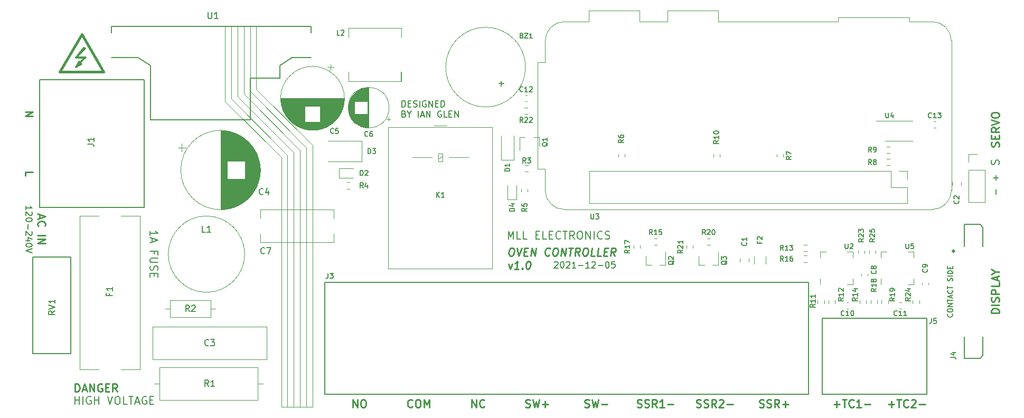
<source format=gbr>
%TF.GenerationSoftware,KiCad,Pcbnew,5.1.10*%
%TF.CreationDate,2021-12-07T00:10:18-05:00*%
%TF.ProjectId,oven-controller,6f76656e-2d63-46f6-9e74-726f6c6c6572,rev?*%
%TF.SameCoordinates,Original*%
%TF.FileFunction,Legend,Top*%
%TF.FilePolarity,Positive*%
%FSLAX46Y46*%
G04 Gerber Fmt 4.6, Leading zero omitted, Abs format (unit mm)*
G04 Created by KiCad (PCBNEW 5.1.10) date 2021-12-07 00:10:18*
%MOMM*%
%LPD*%
G01*
G04 APERTURE LIST*
%ADD10C,0.150000*%
%ADD11C,0.250000*%
%ADD12C,0.120000*%
%ADD13C,0.400000*%
%ADD14C,0.300000*%
G04 APERTURE END LIST*
D10*
X185787976Y-138797619D02*
X185835595Y-138750000D01*
X185930833Y-138702380D01*
X186168928Y-138702380D01*
X186264166Y-138750000D01*
X186311785Y-138797619D01*
X186359404Y-138892857D01*
X186359404Y-138988095D01*
X186311785Y-139130952D01*
X185740357Y-139702380D01*
X186359404Y-139702380D01*
X186978452Y-138702380D02*
X187073690Y-138702380D01*
X187168928Y-138750000D01*
X187216547Y-138797619D01*
X187264166Y-138892857D01*
X187311785Y-139083333D01*
X187311785Y-139321428D01*
X187264166Y-139511904D01*
X187216547Y-139607142D01*
X187168928Y-139654761D01*
X187073690Y-139702380D01*
X186978452Y-139702380D01*
X186883214Y-139654761D01*
X186835595Y-139607142D01*
X186787976Y-139511904D01*
X186740357Y-139321428D01*
X186740357Y-139083333D01*
X186787976Y-138892857D01*
X186835595Y-138797619D01*
X186883214Y-138750000D01*
X186978452Y-138702380D01*
X187692738Y-138797619D02*
X187740357Y-138750000D01*
X187835595Y-138702380D01*
X188073690Y-138702380D01*
X188168928Y-138750000D01*
X188216547Y-138797619D01*
X188264166Y-138892857D01*
X188264166Y-138988095D01*
X188216547Y-139130952D01*
X187645119Y-139702380D01*
X188264166Y-139702380D01*
X189216547Y-139702380D02*
X188645119Y-139702380D01*
X188930833Y-139702380D02*
X188930833Y-138702380D01*
X188835595Y-138845238D01*
X188740357Y-138940476D01*
X188645119Y-138988095D01*
X189645119Y-139321428D02*
X190407023Y-139321428D01*
X191407023Y-139702380D02*
X190835595Y-139702380D01*
X191121309Y-139702380D02*
X191121309Y-138702380D01*
X191026071Y-138845238D01*
X190930833Y-138940476D01*
X190835595Y-138988095D01*
X191787976Y-138797619D02*
X191835595Y-138750000D01*
X191930833Y-138702380D01*
X192168928Y-138702380D01*
X192264166Y-138750000D01*
X192311785Y-138797619D01*
X192359404Y-138892857D01*
X192359404Y-138988095D01*
X192311785Y-139130952D01*
X191740357Y-139702380D01*
X192359404Y-139702380D01*
X192787976Y-139321428D02*
X193549880Y-139321428D01*
X194216547Y-138702380D02*
X194311785Y-138702380D01*
X194407023Y-138750000D01*
X194454642Y-138797619D01*
X194502261Y-138892857D01*
X194549880Y-139083333D01*
X194549880Y-139321428D01*
X194502261Y-139511904D01*
X194454642Y-139607142D01*
X194407023Y-139654761D01*
X194311785Y-139702380D01*
X194216547Y-139702380D01*
X194121309Y-139654761D01*
X194073690Y-139607142D01*
X194026071Y-139511904D01*
X193978452Y-139321428D01*
X193978452Y-139083333D01*
X194026071Y-138892857D01*
X194073690Y-138797619D01*
X194121309Y-138750000D01*
X194216547Y-138702380D01*
X195454642Y-138702380D02*
X194978452Y-138702380D01*
X194930833Y-139178571D01*
X194978452Y-139130952D01*
X195073690Y-139083333D01*
X195311785Y-139083333D01*
X195407023Y-139130952D01*
X195454642Y-139178571D01*
X195502261Y-139273809D01*
X195502261Y-139511904D01*
X195454642Y-139607142D01*
X195407023Y-139654761D01*
X195311785Y-139702380D01*
X195073690Y-139702380D01*
X194978452Y-139654761D01*
X194930833Y-139607142D01*
X161335595Y-113877380D02*
X161335595Y-112877380D01*
X161573690Y-112877380D01*
X161716547Y-112925000D01*
X161811785Y-113020238D01*
X161859404Y-113115476D01*
X161907023Y-113305952D01*
X161907023Y-113448809D01*
X161859404Y-113639285D01*
X161811785Y-113734523D01*
X161716547Y-113829761D01*
X161573690Y-113877380D01*
X161335595Y-113877380D01*
X162335595Y-113353571D02*
X162668928Y-113353571D01*
X162811785Y-113877380D02*
X162335595Y-113877380D01*
X162335595Y-112877380D01*
X162811785Y-112877380D01*
X163192738Y-113829761D02*
X163335595Y-113877380D01*
X163573690Y-113877380D01*
X163668928Y-113829761D01*
X163716547Y-113782142D01*
X163764166Y-113686904D01*
X163764166Y-113591666D01*
X163716547Y-113496428D01*
X163668928Y-113448809D01*
X163573690Y-113401190D01*
X163383214Y-113353571D01*
X163287976Y-113305952D01*
X163240357Y-113258333D01*
X163192738Y-113163095D01*
X163192738Y-113067857D01*
X163240357Y-112972619D01*
X163287976Y-112925000D01*
X163383214Y-112877380D01*
X163621309Y-112877380D01*
X163764166Y-112925000D01*
X164192738Y-113877380D02*
X164192738Y-112877380D01*
X165192738Y-112925000D02*
X165097500Y-112877380D01*
X164954642Y-112877380D01*
X164811785Y-112925000D01*
X164716547Y-113020238D01*
X164668928Y-113115476D01*
X164621309Y-113305952D01*
X164621309Y-113448809D01*
X164668928Y-113639285D01*
X164716547Y-113734523D01*
X164811785Y-113829761D01*
X164954642Y-113877380D01*
X165049880Y-113877380D01*
X165192738Y-113829761D01*
X165240357Y-113782142D01*
X165240357Y-113448809D01*
X165049880Y-113448809D01*
X165668928Y-113877380D02*
X165668928Y-112877380D01*
X166240357Y-113877380D01*
X166240357Y-112877380D01*
X166716547Y-113353571D02*
X167049880Y-113353571D01*
X167192738Y-113877380D02*
X166716547Y-113877380D01*
X166716547Y-112877380D01*
X167192738Y-112877380D01*
X167621309Y-113877380D02*
X167621309Y-112877380D01*
X167859404Y-112877380D01*
X168002261Y-112925000D01*
X168097500Y-113020238D01*
X168145119Y-113115476D01*
X168192738Y-113305952D01*
X168192738Y-113448809D01*
X168145119Y-113639285D01*
X168097500Y-113734523D01*
X168002261Y-113829761D01*
X167859404Y-113877380D01*
X167621309Y-113877380D01*
X161668928Y-115003571D02*
X161811785Y-115051190D01*
X161859404Y-115098809D01*
X161907023Y-115194047D01*
X161907023Y-115336904D01*
X161859404Y-115432142D01*
X161811785Y-115479761D01*
X161716547Y-115527380D01*
X161335595Y-115527380D01*
X161335595Y-114527380D01*
X161668928Y-114527380D01*
X161764166Y-114575000D01*
X161811785Y-114622619D01*
X161859404Y-114717857D01*
X161859404Y-114813095D01*
X161811785Y-114908333D01*
X161764166Y-114955952D01*
X161668928Y-115003571D01*
X161335595Y-115003571D01*
X162526071Y-115051190D02*
X162526071Y-115527380D01*
X162192738Y-114527380D02*
X162526071Y-115051190D01*
X162859404Y-114527380D01*
X163954642Y-115527380D02*
X163954642Y-114527380D01*
X164383214Y-115241666D02*
X164859404Y-115241666D01*
X164287976Y-115527380D02*
X164621309Y-114527380D01*
X164954642Y-115527380D01*
X165287976Y-115527380D02*
X165287976Y-114527380D01*
X165859404Y-115527380D01*
X165859404Y-114527380D01*
X167621309Y-114575000D02*
X167526071Y-114527380D01*
X167383214Y-114527380D01*
X167240357Y-114575000D01*
X167145119Y-114670238D01*
X167097500Y-114765476D01*
X167049880Y-114955952D01*
X167049880Y-115098809D01*
X167097500Y-115289285D01*
X167145119Y-115384523D01*
X167240357Y-115479761D01*
X167383214Y-115527380D01*
X167478452Y-115527380D01*
X167621309Y-115479761D01*
X167668928Y-115432142D01*
X167668928Y-115098809D01*
X167478452Y-115098809D01*
X168573690Y-115527380D02*
X168097500Y-115527380D01*
X168097500Y-114527380D01*
X168907023Y-115003571D02*
X169240357Y-115003571D01*
X169383214Y-115527380D02*
X168907023Y-115527380D01*
X168907023Y-114527380D01*
X169383214Y-114527380D01*
X169811785Y-115527380D02*
X169811785Y-114527380D01*
X170383214Y-115527380D01*
X170383214Y-114527380D01*
D11*
X178861904Y-136502976D02*
X179100000Y-136502976D01*
X179211607Y-136562500D01*
X179315773Y-136681547D01*
X179345535Y-136919642D01*
X179293452Y-137336309D01*
X179204166Y-137574404D01*
X179070238Y-137693452D01*
X178943750Y-137752976D01*
X178705654Y-137752976D01*
X178594047Y-137693452D01*
X178489880Y-137574404D01*
X178460119Y-137336309D01*
X178512202Y-136919642D01*
X178601488Y-136681547D01*
X178735416Y-136562500D01*
X178861904Y-136502976D01*
X179754761Y-136502976D02*
X180015178Y-137752976D01*
X180588095Y-136502976D01*
X180930357Y-137098214D02*
X181347023Y-137098214D01*
X181443750Y-137752976D02*
X180848511Y-137752976D01*
X181004761Y-136502976D01*
X181600000Y-136502976D01*
X181979464Y-137752976D02*
X182135714Y-136502976D01*
X182693750Y-137752976D01*
X182850000Y-136502976D01*
X184970535Y-137633928D02*
X184903571Y-137693452D01*
X184717559Y-137752976D01*
X184598511Y-137752976D01*
X184427380Y-137693452D01*
X184323214Y-137574404D01*
X184278571Y-137455357D01*
X184248809Y-137217261D01*
X184271130Y-137038690D01*
X184360416Y-136800595D01*
X184434821Y-136681547D01*
X184568750Y-136562500D01*
X184754761Y-136502976D01*
X184873809Y-136502976D01*
X185044940Y-136562500D01*
X185097023Y-136622023D01*
X185885714Y-136502976D02*
X186123809Y-136502976D01*
X186235416Y-136562500D01*
X186339583Y-136681547D01*
X186369345Y-136919642D01*
X186317261Y-137336309D01*
X186227976Y-137574404D01*
X186094047Y-137693452D01*
X185967559Y-137752976D01*
X185729464Y-137752976D01*
X185617857Y-137693452D01*
X185513690Y-137574404D01*
X185483928Y-137336309D01*
X185536011Y-136919642D01*
X185625297Y-136681547D01*
X185759226Y-136562500D01*
X185885714Y-136502976D01*
X186800892Y-137752976D02*
X186957142Y-136502976D01*
X187515178Y-137752976D01*
X187671428Y-136502976D01*
X188088095Y-136502976D02*
X188802380Y-136502976D01*
X188288988Y-137752976D02*
X188445238Y-136502976D01*
X189777083Y-137752976D02*
X189434821Y-137157738D01*
X189062797Y-137752976D02*
X189219047Y-136502976D01*
X189695238Y-136502976D01*
X189806845Y-136562500D01*
X189858928Y-136622023D01*
X189903571Y-136741071D01*
X189881250Y-136919642D01*
X189806845Y-137038690D01*
X189739880Y-137098214D01*
X189613392Y-137157738D01*
X189137202Y-137157738D01*
X190707142Y-136502976D02*
X190945238Y-136502976D01*
X191056845Y-136562500D01*
X191161011Y-136681547D01*
X191190773Y-136919642D01*
X191138690Y-137336309D01*
X191049404Y-137574404D01*
X190915476Y-137693452D01*
X190788988Y-137752976D01*
X190550892Y-137752976D01*
X190439285Y-137693452D01*
X190335119Y-137574404D01*
X190305357Y-137336309D01*
X190357440Y-136919642D01*
X190446726Y-136681547D01*
X190580654Y-136562500D01*
X190707142Y-136502976D01*
X192217559Y-137752976D02*
X191622321Y-137752976D01*
X191778571Y-136502976D01*
X193229464Y-137752976D02*
X192634226Y-137752976D01*
X192790476Y-136502976D01*
X193727976Y-137098214D02*
X194144642Y-137098214D01*
X194241369Y-137752976D02*
X193646130Y-137752976D01*
X193802380Y-136502976D01*
X194397619Y-136502976D01*
X195491369Y-137752976D02*
X195149107Y-137157738D01*
X194777083Y-137752976D02*
X194933333Y-136502976D01*
X195409523Y-136502976D01*
X195521130Y-136562500D01*
X195573214Y-136622023D01*
X195617857Y-136741071D01*
X195595535Y-136919642D01*
X195521130Y-137038690D01*
X195454166Y-137098214D01*
X195327678Y-137157738D01*
X194851488Y-137157738D01*
X178452678Y-139044642D02*
X178646130Y-139877976D01*
X179047916Y-139044642D01*
X180074702Y-139877976D02*
X179360416Y-139877976D01*
X179717559Y-139877976D02*
X179873809Y-138627976D01*
X179732440Y-138806547D01*
X179598511Y-138925595D01*
X179472023Y-138985119D01*
X180625297Y-139758928D02*
X180677380Y-139818452D01*
X180610416Y-139877976D01*
X180558333Y-139818452D01*
X180625297Y-139758928D01*
X180610416Y-139877976D01*
X181600000Y-138627976D02*
X181719047Y-138627976D01*
X181830654Y-138687500D01*
X181882738Y-138747023D01*
X181927380Y-138866071D01*
X181957142Y-139104166D01*
X181919940Y-139401785D01*
X181830654Y-139639880D01*
X181756250Y-139758928D01*
X181689285Y-139818452D01*
X181562797Y-139877976D01*
X181443750Y-139877976D01*
X181332142Y-139818452D01*
X181280059Y-139758928D01*
X181235416Y-139639880D01*
X181205654Y-139401785D01*
X181242857Y-139104166D01*
X181332142Y-138866071D01*
X181406547Y-138747023D01*
X181473511Y-138687500D01*
X181600000Y-138627976D01*
D10*
X178395119Y-135065476D02*
X178395119Y-133815476D01*
X178811785Y-134708333D01*
X179228452Y-133815476D01*
X179228452Y-135065476D01*
X180418928Y-135065476D02*
X179823690Y-135065476D01*
X179823690Y-133815476D01*
X181430833Y-135065476D02*
X180835595Y-135065476D01*
X180835595Y-133815476D01*
X182799880Y-134410714D02*
X183216547Y-134410714D01*
X183395119Y-135065476D02*
X182799880Y-135065476D01*
X182799880Y-133815476D01*
X183395119Y-133815476D01*
X184526071Y-135065476D02*
X183930833Y-135065476D01*
X183930833Y-133815476D01*
X184942738Y-134410714D02*
X185359404Y-134410714D01*
X185537976Y-135065476D02*
X184942738Y-135065476D01*
X184942738Y-133815476D01*
X185537976Y-133815476D01*
X186787976Y-134946428D02*
X186728452Y-135005952D01*
X186549880Y-135065476D01*
X186430833Y-135065476D01*
X186252261Y-135005952D01*
X186133214Y-134886904D01*
X186073690Y-134767857D01*
X186014166Y-134529761D01*
X186014166Y-134351190D01*
X186073690Y-134113095D01*
X186133214Y-133994047D01*
X186252261Y-133875000D01*
X186430833Y-133815476D01*
X186549880Y-133815476D01*
X186728452Y-133875000D01*
X186787976Y-133934523D01*
X187145119Y-133815476D02*
X187859404Y-133815476D01*
X187502261Y-135065476D02*
X187502261Y-133815476D01*
X188990357Y-135065476D02*
X188573690Y-134470238D01*
X188276071Y-135065476D02*
X188276071Y-133815476D01*
X188752261Y-133815476D01*
X188871309Y-133875000D01*
X188930833Y-133934523D01*
X188990357Y-134053571D01*
X188990357Y-134232142D01*
X188930833Y-134351190D01*
X188871309Y-134410714D01*
X188752261Y-134470238D01*
X188276071Y-134470238D01*
X189764166Y-133815476D02*
X190002261Y-133815476D01*
X190121309Y-133875000D01*
X190240357Y-133994047D01*
X190299880Y-134232142D01*
X190299880Y-134648809D01*
X190240357Y-134886904D01*
X190121309Y-135005952D01*
X190002261Y-135065476D01*
X189764166Y-135065476D01*
X189645119Y-135005952D01*
X189526071Y-134886904D01*
X189466547Y-134648809D01*
X189466547Y-134232142D01*
X189526071Y-133994047D01*
X189645119Y-133875000D01*
X189764166Y-133815476D01*
X190835595Y-135065476D02*
X190835595Y-133815476D01*
X191549880Y-135065476D01*
X191549880Y-133815476D01*
X192145119Y-135065476D02*
X192145119Y-133815476D01*
X193454642Y-134946428D02*
X193395119Y-135005952D01*
X193216547Y-135065476D01*
X193097500Y-135065476D01*
X192918928Y-135005952D01*
X192799880Y-134886904D01*
X192740357Y-134767857D01*
X192680833Y-134529761D01*
X192680833Y-134351190D01*
X192740357Y-134113095D01*
X192799880Y-133994047D01*
X192918928Y-133875000D01*
X193097500Y-133815476D01*
X193216547Y-133815476D01*
X193395119Y-133875000D01*
X193454642Y-133934523D01*
X193930833Y-135005952D02*
X194109404Y-135065476D01*
X194407023Y-135065476D01*
X194526071Y-135005952D01*
X194585595Y-134946428D01*
X194645119Y-134827380D01*
X194645119Y-134708333D01*
X194585595Y-134589285D01*
X194526071Y-134529761D01*
X194407023Y-134470238D01*
X194168928Y-134410714D01*
X194049880Y-134351190D01*
X193990357Y-134291666D01*
X193930833Y-134172619D01*
X193930833Y-134053571D01*
X193990357Y-133934523D01*
X194049880Y-133875000D01*
X194168928Y-133815476D01*
X194466547Y-133815476D01*
X194645119Y-133875000D01*
D11*
X257065476Y-146922619D02*
X255815476Y-146922619D01*
X255815476Y-146625000D01*
X255875000Y-146446428D01*
X255994047Y-146327380D01*
X256113095Y-146267857D01*
X256351190Y-146208333D01*
X256529761Y-146208333D01*
X256767857Y-146267857D01*
X256886904Y-146327380D01*
X257005952Y-146446428D01*
X257065476Y-146625000D01*
X257065476Y-146922619D01*
X257065476Y-145672619D02*
X255815476Y-145672619D01*
X257005952Y-145136904D02*
X257065476Y-144958333D01*
X257065476Y-144660714D01*
X257005952Y-144541666D01*
X256946428Y-144482142D01*
X256827380Y-144422619D01*
X256708333Y-144422619D01*
X256589285Y-144482142D01*
X256529761Y-144541666D01*
X256470238Y-144660714D01*
X256410714Y-144898809D01*
X256351190Y-145017857D01*
X256291666Y-145077380D01*
X256172619Y-145136904D01*
X256053571Y-145136904D01*
X255934523Y-145077380D01*
X255875000Y-145017857D01*
X255815476Y-144898809D01*
X255815476Y-144601190D01*
X255875000Y-144422619D01*
X257065476Y-143886904D02*
X255815476Y-143886904D01*
X255815476Y-143410714D01*
X255875000Y-143291666D01*
X255934523Y-143232142D01*
X256053571Y-143172619D01*
X256232142Y-143172619D01*
X256351190Y-143232142D01*
X256410714Y-143291666D01*
X256470238Y-143410714D01*
X256470238Y-143886904D01*
X257065476Y-142041666D02*
X257065476Y-142636904D01*
X255815476Y-142636904D01*
X256708333Y-141684523D02*
X256708333Y-141089285D01*
X257065476Y-141803571D02*
X255815476Y-141386904D01*
X257065476Y-140970238D01*
X256470238Y-140315476D02*
X257065476Y-140315476D01*
X255815476Y-140732142D02*
X256470238Y-140315476D01*
X255815476Y-139898809D01*
D10*
X256571428Y-127880952D02*
X256571428Y-127119047D01*
X256571428Y-125630952D02*
X256571428Y-124869047D01*
X256952380Y-125250000D02*
X256190476Y-125250000D01*
X257005952Y-123107142D02*
X257065476Y-122928571D01*
X257065476Y-122630952D01*
X257005952Y-122511904D01*
X256946428Y-122452380D01*
X256827380Y-122392857D01*
X256708333Y-122392857D01*
X256589285Y-122452380D01*
X256529761Y-122511904D01*
X256470238Y-122630952D01*
X256410714Y-122869047D01*
X256351190Y-122988095D01*
X256291666Y-123047619D01*
X256172619Y-123107142D01*
X256053571Y-123107142D01*
X255934523Y-123047619D01*
X255875000Y-122988095D01*
X255815476Y-122869047D01*
X255815476Y-122571428D01*
X255875000Y-122392857D01*
D11*
X257005952Y-120238095D02*
X257065476Y-120059523D01*
X257065476Y-119761904D01*
X257005952Y-119642857D01*
X256946428Y-119583333D01*
X256827380Y-119523809D01*
X256708333Y-119523809D01*
X256589285Y-119583333D01*
X256529761Y-119642857D01*
X256470238Y-119761904D01*
X256410714Y-120000000D01*
X256351190Y-120119047D01*
X256291666Y-120178571D01*
X256172619Y-120238095D01*
X256053571Y-120238095D01*
X255934523Y-120178571D01*
X255875000Y-120119047D01*
X255815476Y-120000000D01*
X255815476Y-119702380D01*
X255875000Y-119523809D01*
X256410714Y-118988095D02*
X256410714Y-118571428D01*
X257065476Y-118392857D02*
X257065476Y-118988095D01*
X255815476Y-118988095D01*
X255815476Y-118392857D01*
X257065476Y-117142857D02*
X256470238Y-117559523D01*
X257065476Y-117857142D02*
X255815476Y-117857142D01*
X255815476Y-117380952D01*
X255875000Y-117261904D01*
X255934523Y-117202380D01*
X256053571Y-117142857D01*
X256232142Y-117142857D01*
X256351190Y-117202380D01*
X256410714Y-117261904D01*
X256470238Y-117380952D01*
X256470238Y-117857142D01*
X255815476Y-116785714D02*
X257065476Y-116369047D01*
X255815476Y-115952380D01*
X255815476Y-115297619D02*
X255815476Y-115059523D01*
X255875000Y-114940476D01*
X255994047Y-114821428D01*
X256232142Y-114761904D01*
X256648809Y-114761904D01*
X256886904Y-114821428D01*
X257005952Y-114940476D01*
X257065476Y-115059523D01*
X257065476Y-115297619D01*
X257005952Y-115416666D01*
X256886904Y-115535714D01*
X256648809Y-115595238D01*
X256232142Y-115595238D01*
X255994047Y-115535714D01*
X255875000Y-115416666D01*
X255815476Y-115297619D01*
D12*
X134000000Y-112590000D02*
X143000000Y-121590000D01*
X135000000Y-112230000D02*
X144000000Y-121230000D01*
X136000000Y-111820000D02*
X145000000Y-120820000D01*
X137000000Y-111410000D02*
X146000000Y-120410000D01*
X137000000Y-101000000D02*
X137000000Y-111410000D01*
X136000000Y-101000000D02*
X136000000Y-111820000D01*
X135000000Y-101000000D02*
X135000000Y-112230000D01*
X134000000Y-101000000D02*
X134000000Y-112590000D01*
X144000000Y-121230000D02*
X144000000Y-162000000D01*
X143000000Y-121590000D02*
X143000000Y-162000000D01*
X145000000Y-162000000D02*
X145000000Y-120820000D01*
X146000000Y-162000000D02*
X146000000Y-120410000D01*
D11*
X239303571Y-161589285D02*
X240255952Y-161589285D01*
X239779761Y-162065476D02*
X239779761Y-161113095D01*
X240672619Y-160815476D02*
X241386904Y-160815476D01*
X241029761Y-162065476D02*
X241029761Y-160815476D01*
X242517857Y-161946428D02*
X242458333Y-162005952D01*
X242279761Y-162065476D01*
X242160714Y-162065476D01*
X241982142Y-162005952D01*
X241863095Y-161886904D01*
X241803571Y-161767857D01*
X241744047Y-161529761D01*
X241744047Y-161351190D01*
X241803571Y-161113095D01*
X241863095Y-160994047D01*
X241982142Y-160875000D01*
X242160714Y-160815476D01*
X242279761Y-160815476D01*
X242458333Y-160875000D01*
X242517857Y-160934523D01*
X242994047Y-160934523D02*
X243053571Y-160875000D01*
X243172619Y-160815476D01*
X243470238Y-160815476D01*
X243589285Y-160875000D01*
X243648809Y-160934523D01*
X243708333Y-161053571D01*
X243708333Y-161172619D01*
X243648809Y-161351190D01*
X242934523Y-162065476D01*
X243708333Y-162065476D01*
X244244047Y-161589285D02*
X245196428Y-161589285D01*
X230553571Y-161589285D02*
X231505952Y-161589285D01*
X231029761Y-162065476D02*
X231029761Y-161113095D01*
X231922619Y-160815476D02*
X232636904Y-160815476D01*
X232279761Y-162065476D02*
X232279761Y-160815476D01*
X233767857Y-161946428D02*
X233708333Y-162005952D01*
X233529761Y-162065476D01*
X233410714Y-162065476D01*
X233232142Y-162005952D01*
X233113095Y-161886904D01*
X233053571Y-161767857D01*
X232994047Y-161529761D01*
X232994047Y-161351190D01*
X233053571Y-161113095D01*
X233113095Y-160994047D01*
X233232142Y-160875000D01*
X233410714Y-160815476D01*
X233529761Y-160815476D01*
X233708333Y-160875000D01*
X233767857Y-160934523D01*
X234958333Y-162065476D02*
X234244047Y-162065476D01*
X234601190Y-162065476D02*
X234601190Y-160815476D01*
X234482142Y-160994047D01*
X234363095Y-161113095D01*
X234244047Y-161172619D01*
X235494047Y-161589285D02*
X236446428Y-161589285D01*
X218648809Y-162005952D02*
X218827380Y-162065476D01*
X219125000Y-162065476D01*
X219244047Y-162005952D01*
X219303571Y-161946428D01*
X219363095Y-161827380D01*
X219363095Y-161708333D01*
X219303571Y-161589285D01*
X219244047Y-161529761D01*
X219125000Y-161470238D01*
X218886904Y-161410714D01*
X218767857Y-161351190D01*
X218708333Y-161291666D01*
X218648809Y-161172619D01*
X218648809Y-161053571D01*
X218708333Y-160934523D01*
X218767857Y-160875000D01*
X218886904Y-160815476D01*
X219184523Y-160815476D01*
X219363095Y-160875000D01*
X219839285Y-162005952D02*
X220017857Y-162065476D01*
X220315476Y-162065476D01*
X220434523Y-162005952D01*
X220494047Y-161946428D01*
X220553571Y-161827380D01*
X220553571Y-161708333D01*
X220494047Y-161589285D01*
X220434523Y-161529761D01*
X220315476Y-161470238D01*
X220077380Y-161410714D01*
X219958333Y-161351190D01*
X219898809Y-161291666D01*
X219839285Y-161172619D01*
X219839285Y-161053571D01*
X219898809Y-160934523D01*
X219958333Y-160875000D01*
X220077380Y-160815476D01*
X220375000Y-160815476D01*
X220553571Y-160875000D01*
X221803571Y-162065476D02*
X221386904Y-161470238D01*
X221089285Y-162065476D02*
X221089285Y-160815476D01*
X221565476Y-160815476D01*
X221684523Y-160875000D01*
X221744047Y-160934523D01*
X221803571Y-161053571D01*
X221803571Y-161232142D01*
X221744047Y-161351190D01*
X221684523Y-161410714D01*
X221565476Y-161470238D01*
X221089285Y-161470238D01*
X222339285Y-161589285D02*
X223291666Y-161589285D01*
X222815476Y-162065476D02*
X222815476Y-161113095D01*
X208553571Y-162005952D02*
X208732142Y-162065476D01*
X209029761Y-162065476D01*
X209148809Y-162005952D01*
X209208333Y-161946428D01*
X209267857Y-161827380D01*
X209267857Y-161708333D01*
X209208333Y-161589285D01*
X209148809Y-161529761D01*
X209029761Y-161470238D01*
X208791666Y-161410714D01*
X208672619Y-161351190D01*
X208613095Y-161291666D01*
X208553571Y-161172619D01*
X208553571Y-161053571D01*
X208613095Y-160934523D01*
X208672619Y-160875000D01*
X208791666Y-160815476D01*
X209089285Y-160815476D01*
X209267857Y-160875000D01*
X209744047Y-162005952D02*
X209922619Y-162065476D01*
X210220238Y-162065476D01*
X210339285Y-162005952D01*
X210398809Y-161946428D01*
X210458333Y-161827380D01*
X210458333Y-161708333D01*
X210398809Y-161589285D01*
X210339285Y-161529761D01*
X210220238Y-161470238D01*
X209982142Y-161410714D01*
X209863095Y-161351190D01*
X209803571Y-161291666D01*
X209744047Y-161172619D01*
X209744047Y-161053571D01*
X209803571Y-160934523D01*
X209863095Y-160875000D01*
X209982142Y-160815476D01*
X210279761Y-160815476D01*
X210458333Y-160875000D01*
X211708333Y-162065476D02*
X211291666Y-161470238D01*
X210994047Y-162065476D02*
X210994047Y-160815476D01*
X211470238Y-160815476D01*
X211589285Y-160875000D01*
X211648809Y-160934523D01*
X211708333Y-161053571D01*
X211708333Y-161232142D01*
X211648809Y-161351190D01*
X211589285Y-161410714D01*
X211470238Y-161470238D01*
X210994047Y-161470238D01*
X212184523Y-160934523D02*
X212244047Y-160875000D01*
X212363095Y-160815476D01*
X212660714Y-160815476D01*
X212779761Y-160875000D01*
X212839285Y-160934523D01*
X212898809Y-161053571D01*
X212898809Y-161172619D01*
X212839285Y-161351190D01*
X212125000Y-162065476D01*
X212898809Y-162065476D01*
X213434523Y-161589285D02*
X214386904Y-161589285D01*
X199053571Y-162005952D02*
X199232142Y-162065476D01*
X199529761Y-162065476D01*
X199648809Y-162005952D01*
X199708333Y-161946428D01*
X199767857Y-161827380D01*
X199767857Y-161708333D01*
X199708333Y-161589285D01*
X199648809Y-161529761D01*
X199529761Y-161470238D01*
X199291666Y-161410714D01*
X199172619Y-161351190D01*
X199113095Y-161291666D01*
X199053571Y-161172619D01*
X199053571Y-161053571D01*
X199113095Y-160934523D01*
X199172619Y-160875000D01*
X199291666Y-160815476D01*
X199589285Y-160815476D01*
X199767857Y-160875000D01*
X200244047Y-162005952D02*
X200422619Y-162065476D01*
X200720238Y-162065476D01*
X200839285Y-162005952D01*
X200898809Y-161946428D01*
X200958333Y-161827380D01*
X200958333Y-161708333D01*
X200898809Y-161589285D01*
X200839285Y-161529761D01*
X200720238Y-161470238D01*
X200482142Y-161410714D01*
X200363095Y-161351190D01*
X200303571Y-161291666D01*
X200244047Y-161172619D01*
X200244047Y-161053571D01*
X200303571Y-160934523D01*
X200363095Y-160875000D01*
X200482142Y-160815476D01*
X200779761Y-160815476D01*
X200958333Y-160875000D01*
X202208333Y-162065476D02*
X201791666Y-161470238D01*
X201494047Y-162065476D02*
X201494047Y-160815476D01*
X201970238Y-160815476D01*
X202089285Y-160875000D01*
X202148809Y-160934523D01*
X202208333Y-161053571D01*
X202208333Y-161232142D01*
X202148809Y-161351190D01*
X202089285Y-161410714D01*
X201970238Y-161470238D01*
X201494047Y-161470238D01*
X203398809Y-162065476D02*
X202684523Y-162065476D01*
X203041666Y-162065476D02*
X203041666Y-160815476D01*
X202922619Y-160994047D01*
X202803571Y-161113095D01*
X202684523Y-161172619D01*
X203934523Y-161589285D02*
X204886904Y-161589285D01*
X190654761Y-162005952D02*
X190833333Y-162065476D01*
X191130952Y-162065476D01*
X191250000Y-162005952D01*
X191309523Y-161946428D01*
X191369047Y-161827380D01*
X191369047Y-161708333D01*
X191309523Y-161589285D01*
X191250000Y-161529761D01*
X191130952Y-161470238D01*
X190892857Y-161410714D01*
X190773809Y-161351190D01*
X190714285Y-161291666D01*
X190654761Y-161172619D01*
X190654761Y-161053571D01*
X190714285Y-160934523D01*
X190773809Y-160875000D01*
X190892857Y-160815476D01*
X191190476Y-160815476D01*
X191369047Y-160875000D01*
X191785714Y-160815476D02*
X192083333Y-162065476D01*
X192321428Y-161172619D01*
X192559523Y-162065476D01*
X192857142Y-160815476D01*
X193333333Y-161589285D02*
X194285714Y-161589285D01*
X181154761Y-162005952D02*
X181333333Y-162065476D01*
X181630952Y-162065476D01*
X181750000Y-162005952D01*
X181809523Y-161946428D01*
X181869047Y-161827380D01*
X181869047Y-161708333D01*
X181809523Y-161589285D01*
X181750000Y-161529761D01*
X181630952Y-161470238D01*
X181392857Y-161410714D01*
X181273809Y-161351190D01*
X181214285Y-161291666D01*
X181154761Y-161172619D01*
X181154761Y-161053571D01*
X181214285Y-160934523D01*
X181273809Y-160875000D01*
X181392857Y-160815476D01*
X181690476Y-160815476D01*
X181869047Y-160875000D01*
X182285714Y-160815476D02*
X182583333Y-162065476D01*
X182821428Y-161172619D01*
X183059523Y-162065476D01*
X183357142Y-160815476D01*
X183833333Y-161589285D02*
X184785714Y-161589285D01*
X184309523Y-162065476D02*
X184309523Y-161113095D01*
X163017857Y-161946428D02*
X162958333Y-162005952D01*
X162779761Y-162065476D01*
X162660714Y-162065476D01*
X162482142Y-162005952D01*
X162363095Y-161886904D01*
X162303571Y-161767857D01*
X162244047Y-161529761D01*
X162244047Y-161351190D01*
X162303571Y-161113095D01*
X162363095Y-160994047D01*
X162482142Y-160875000D01*
X162660714Y-160815476D01*
X162779761Y-160815476D01*
X162958333Y-160875000D01*
X163017857Y-160934523D01*
X163791666Y-160815476D02*
X164029761Y-160815476D01*
X164148809Y-160875000D01*
X164267857Y-160994047D01*
X164327380Y-161232142D01*
X164327380Y-161648809D01*
X164267857Y-161886904D01*
X164148809Y-162005952D01*
X164029761Y-162065476D01*
X163791666Y-162065476D01*
X163672619Y-162005952D01*
X163553571Y-161886904D01*
X163494047Y-161648809D01*
X163494047Y-161232142D01*
X163553571Y-160994047D01*
X163672619Y-160875000D01*
X163791666Y-160815476D01*
X164863095Y-162065476D02*
X164863095Y-160815476D01*
X165279761Y-161708333D01*
X165696428Y-160815476D01*
X165696428Y-162065476D01*
X153488095Y-162065476D02*
X153488095Y-160815476D01*
X154202380Y-162065476D01*
X154202380Y-160815476D01*
X155035714Y-160815476D02*
X155273809Y-160815476D01*
X155392857Y-160875000D01*
X155511904Y-160994047D01*
X155571428Y-161232142D01*
X155571428Y-161648809D01*
X155511904Y-161886904D01*
X155392857Y-162005952D01*
X155273809Y-162065476D01*
X155035714Y-162065476D01*
X154916666Y-162005952D01*
X154797619Y-161886904D01*
X154738095Y-161648809D01*
X154738095Y-161232142D01*
X154797619Y-160994047D01*
X154916666Y-160875000D01*
X155035714Y-160815476D01*
X172517857Y-162065476D02*
X172517857Y-160815476D01*
X173232142Y-162065476D01*
X173232142Y-160815476D01*
X174541666Y-161946428D02*
X174482142Y-162005952D01*
X174303571Y-162065476D01*
X174184523Y-162065476D01*
X174005952Y-162005952D01*
X173886904Y-161886904D01*
X173827380Y-161767857D01*
X173767857Y-161529761D01*
X173767857Y-161351190D01*
X173827380Y-161113095D01*
X173886904Y-160994047D01*
X174005952Y-160875000D01*
X174184523Y-160815476D01*
X174303571Y-160815476D01*
X174482142Y-160875000D01*
X174541666Y-160934523D01*
X109200000Y-107250000D02*
X110600000Y-105900000D01*
X109150000Y-105900000D02*
X110550000Y-105900000D01*
X110300000Y-104350000D02*
X110500000Y-104450000D01*
X109000000Y-105950000D02*
X110300000Y-104350000D01*
X109900000Y-106950000D02*
X109000000Y-107450000D01*
X109500000Y-106550000D02*
X109900000Y-106950000D01*
X109000000Y-107450000D02*
X109500000Y-106550000D01*
X110450000Y-105900000D02*
X109000000Y-107450000D01*
X109000000Y-105950000D02*
X110500000Y-105950000D01*
X110500000Y-104450000D02*
X109000000Y-105950000D01*
D13*
X113500000Y-108250000D02*
X110000000Y-102250000D01*
X106500000Y-108250000D02*
X113500000Y-108250000D01*
X110000000Y-102250000D02*
X106500000Y-108250000D01*
D10*
X120934523Y-134494047D02*
X120934523Y-133779761D01*
X120934523Y-134136904D02*
X122184523Y-134136904D01*
X122005952Y-134017857D01*
X121886904Y-133898809D01*
X121827380Y-133779761D01*
X121291666Y-134970238D02*
X121291666Y-135565476D01*
X120934523Y-134851190D02*
X122184523Y-135267857D01*
X120934523Y-135684523D01*
X121589285Y-137470238D02*
X121589285Y-137053571D01*
X120934523Y-137053571D02*
X122184523Y-137053571D01*
X122184523Y-137648809D01*
X122184523Y-138125000D02*
X121172619Y-138125000D01*
X121053571Y-138184523D01*
X120994047Y-138244047D01*
X120934523Y-138363095D01*
X120934523Y-138601190D01*
X120994047Y-138720238D01*
X121053571Y-138779761D01*
X121172619Y-138839285D01*
X122184523Y-138839285D01*
X120994047Y-139375000D02*
X120934523Y-139553571D01*
X120934523Y-139851190D01*
X120994047Y-139970238D01*
X121053571Y-140029761D01*
X121172619Y-140089285D01*
X121291666Y-140089285D01*
X121410714Y-140029761D01*
X121470238Y-139970238D01*
X121529761Y-139851190D01*
X121589285Y-139613095D01*
X121648809Y-139494047D01*
X121708333Y-139434523D01*
X121827380Y-139375000D01*
X121946428Y-139375000D01*
X122065476Y-139434523D01*
X122125000Y-139494047D01*
X122184523Y-139613095D01*
X122184523Y-139910714D01*
X122125000Y-140089285D01*
X121589285Y-140625000D02*
X121589285Y-141041666D01*
X120934523Y-141220238D02*
X120934523Y-140625000D01*
X122184523Y-140625000D01*
X122184523Y-141220238D01*
X108895119Y-161565476D02*
X108895119Y-160315476D01*
X108895119Y-160910714D02*
X109609404Y-160910714D01*
X109609404Y-161565476D02*
X109609404Y-160315476D01*
X110204642Y-161565476D02*
X110204642Y-160315476D01*
X111454642Y-160375000D02*
X111335595Y-160315476D01*
X111157023Y-160315476D01*
X110978452Y-160375000D01*
X110859404Y-160494047D01*
X110799880Y-160613095D01*
X110740357Y-160851190D01*
X110740357Y-161029761D01*
X110799880Y-161267857D01*
X110859404Y-161386904D01*
X110978452Y-161505952D01*
X111157023Y-161565476D01*
X111276071Y-161565476D01*
X111454642Y-161505952D01*
X111514166Y-161446428D01*
X111514166Y-161029761D01*
X111276071Y-161029761D01*
X112049880Y-161565476D02*
X112049880Y-160315476D01*
X112049880Y-160910714D02*
X112764166Y-160910714D01*
X112764166Y-161565476D02*
X112764166Y-160315476D01*
X114133214Y-160315476D02*
X114549880Y-161565476D01*
X114966547Y-160315476D01*
X115621309Y-160315476D02*
X115859404Y-160315476D01*
X115978452Y-160375000D01*
X116097500Y-160494047D01*
X116157023Y-160732142D01*
X116157023Y-161148809D01*
X116097500Y-161386904D01*
X115978452Y-161505952D01*
X115859404Y-161565476D01*
X115621309Y-161565476D01*
X115502261Y-161505952D01*
X115383214Y-161386904D01*
X115323690Y-161148809D01*
X115323690Y-160732142D01*
X115383214Y-160494047D01*
X115502261Y-160375000D01*
X115621309Y-160315476D01*
X117287976Y-161565476D02*
X116692738Y-161565476D01*
X116692738Y-160315476D01*
X117526071Y-160315476D02*
X118240357Y-160315476D01*
X117883214Y-161565476D02*
X117883214Y-160315476D01*
X118597500Y-161208333D02*
X119192738Y-161208333D01*
X118478452Y-161565476D02*
X118895119Y-160315476D01*
X119311785Y-161565476D01*
X120383214Y-160375000D02*
X120264166Y-160315476D01*
X120085595Y-160315476D01*
X119907023Y-160375000D01*
X119787976Y-160494047D01*
X119728452Y-160613095D01*
X119668928Y-160851190D01*
X119668928Y-161029761D01*
X119728452Y-161267857D01*
X119787976Y-161386904D01*
X119907023Y-161505952D01*
X120085595Y-161565476D01*
X120204642Y-161565476D01*
X120383214Y-161505952D01*
X120442738Y-161446428D01*
X120442738Y-161029761D01*
X120204642Y-161029761D01*
X120978452Y-160910714D02*
X121395119Y-160910714D01*
X121573690Y-161565476D02*
X120978452Y-161565476D01*
X120978452Y-160315476D01*
X121573690Y-160315476D01*
D11*
X108960119Y-159565476D02*
X108960119Y-158315476D01*
X109257738Y-158315476D01*
X109436309Y-158375000D01*
X109555357Y-158494047D01*
X109614880Y-158613095D01*
X109674404Y-158851190D01*
X109674404Y-159029761D01*
X109614880Y-159267857D01*
X109555357Y-159386904D01*
X109436309Y-159505952D01*
X109257738Y-159565476D01*
X108960119Y-159565476D01*
X110150595Y-159208333D02*
X110745833Y-159208333D01*
X110031547Y-159565476D02*
X110448214Y-158315476D01*
X110864880Y-159565476D01*
X111281547Y-159565476D02*
X111281547Y-158315476D01*
X111995833Y-159565476D01*
X111995833Y-158315476D01*
X113245833Y-158375000D02*
X113126785Y-158315476D01*
X112948214Y-158315476D01*
X112769642Y-158375000D01*
X112650595Y-158494047D01*
X112591071Y-158613095D01*
X112531547Y-158851190D01*
X112531547Y-159029761D01*
X112591071Y-159267857D01*
X112650595Y-159386904D01*
X112769642Y-159505952D01*
X112948214Y-159565476D01*
X113067261Y-159565476D01*
X113245833Y-159505952D01*
X113305357Y-159446428D01*
X113305357Y-159029761D01*
X113067261Y-159029761D01*
X113841071Y-158910714D02*
X114257738Y-158910714D01*
X114436309Y-159565476D02*
X113841071Y-159565476D01*
X113841071Y-158315476D01*
X114436309Y-158315476D01*
X115686309Y-159565476D02*
X115269642Y-158970238D01*
X114972023Y-159565476D02*
X114972023Y-158315476D01*
X115448214Y-158315476D01*
X115567261Y-158375000D01*
X115626785Y-158434523D01*
X115686309Y-158553571D01*
X115686309Y-158732142D01*
X115626785Y-158851190D01*
X115567261Y-158910714D01*
X115448214Y-158970238D01*
X114972023Y-158970238D01*
D12*
X147000000Y-120000000D02*
X147000000Y-162000000D01*
X138000000Y-111000000D02*
X147000000Y-120000000D01*
X133000000Y-113000000D02*
X142000000Y-122000000D01*
X133000000Y-101000000D02*
X133000000Y-113000000D01*
X138000000Y-101000000D02*
X138000000Y-111000000D01*
X138000000Y-101000000D02*
X133000000Y-101000000D01*
X142000000Y-162000000D02*
X142000000Y-122000000D01*
X142000000Y-162000000D02*
X147000000Y-162000000D01*
D11*
X103291666Y-131148809D02*
X103291666Y-131744047D01*
X102934523Y-131029761D02*
X104184523Y-131446428D01*
X102934523Y-131863095D01*
X103053571Y-132994047D02*
X102994047Y-132934523D01*
X102934523Y-132755952D01*
X102934523Y-132636904D01*
X102994047Y-132458333D01*
X103113095Y-132339285D01*
X103232142Y-132279761D01*
X103470238Y-132220238D01*
X103648809Y-132220238D01*
X103886904Y-132279761D01*
X104005952Y-132339285D01*
X104125000Y-132458333D01*
X104184523Y-132636904D01*
X104184523Y-132755952D01*
X104125000Y-132934523D01*
X104065476Y-132994047D01*
X102934523Y-134482142D02*
X104184523Y-134482142D01*
X102934523Y-135077380D02*
X104184523Y-135077380D01*
X102934523Y-135791666D01*
X104184523Y-135791666D01*
D10*
X101047619Y-130357142D02*
X101047619Y-129785714D01*
X101047619Y-130071428D02*
X102047619Y-130071428D01*
X101904761Y-129976190D01*
X101809523Y-129880952D01*
X101761904Y-129785714D01*
X101952380Y-130738095D02*
X102000000Y-130785714D01*
X102047619Y-130880952D01*
X102047619Y-131119047D01*
X102000000Y-131214285D01*
X101952380Y-131261904D01*
X101857142Y-131309523D01*
X101761904Y-131309523D01*
X101619047Y-131261904D01*
X101047619Y-130690476D01*
X101047619Y-131309523D01*
X102047619Y-131928571D02*
X102047619Y-132023809D01*
X102000000Y-132119047D01*
X101952380Y-132166666D01*
X101857142Y-132214285D01*
X101666666Y-132261904D01*
X101428571Y-132261904D01*
X101238095Y-132214285D01*
X101142857Y-132166666D01*
X101095238Y-132119047D01*
X101047619Y-132023809D01*
X101047619Y-131928571D01*
X101095238Y-131833333D01*
X101142857Y-131785714D01*
X101238095Y-131738095D01*
X101428571Y-131690476D01*
X101666666Y-131690476D01*
X101857142Y-131738095D01*
X101952380Y-131785714D01*
X102000000Y-131833333D01*
X102047619Y-131928571D01*
X101428571Y-132690476D02*
X101428571Y-133452380D01*
X101952380Y-133880952D02*
X102000000Y-133928571D01*
X102047619Y-134023809D01*
X102047619Y-134261904D01*
X102000000Y-134357142D01*
X101952380Y-134404761D01*
X101857142Y-134452380D01*
X101761904Y-134452380D01*
X101619047Y-134404761D01*
X101047619Y-133833333D01*
X101047619Y-134452380D01*
X101714285Y-135309523D02*
X101047619Y-135309523D01*
X102095238Y-135071428D02*
X101380952Y-134833333D01*
X101380952Y-135452380D01*
X102047619Y-136023809D02*
X102047619Y-136119047D01*
X102000000Y-136214285D01*
X101952380Y-136261904D01*
X101857142Y-136309523D01*
X101666666Y-136357142D01*
X101428571Y-136357142D01*
X101238095Y-136309523D01*
X101142857Y-136261904D01*
X101095238Y-136214285D01*
X101047619Y-136119047D01*
X101047619Y-136023809D01*
X101095238Y-135928571D01*
X101142857Y-135880952D01*
X101238095Y-135833333D01*
X101428571Y-135785714D01*
X101666666Y-135785714D01*
X101857142Y-135833333D01*
X101952380Y-135880952D01*
X102000000Y-135928571D01*
X102047619Y-136023809D01*
X102047619Y-136642857D02*
X101047619Y-136976190D01*
X102047619Y-137309523D01*
D11*
X100934523Y-114642857D02*
X102184523Y-114642857D01*
X100934523Y-115357142D01*
X102184523Y-115357142D01*
X100934523Y-124886904D02*
X100934523Y-124291666D01*
X102184523Y-124291666D01*
D10*
%TO.C,L2*%
X161250000Y-108250000D02*
X161250000Y-109750000D01*
D12*
X161250000Y-101250000D02*
X161250000Y-102750000D01*
X152750000Y-108250000D02*
X152750000Y-109750000D01*
X152750000Y-101250000D02*
X152750000Y-102750000D01*
X152750000Y-109750000D02*
X161250000Y-109750000D01*
X152750000Y-101250000D02*
X161250000Y-101250000D01*
%TO.C,BZ1*%
X181150000Y-107500000D02*
G75*
G03*
X181150000Y-107500000I-6400000J0D01*
G01*
%TO.C,C3*%
X121380000Y-154370000D02*
X121380000Y-149130000D01*
X139620000Y-154370000D02*
X139620000Y-149130000D01*
X139620000Y-149130000D02*
X121380000Y-149130000D01*
X139620000Y-154370000D02*
X121380000Y-154370000D01*
%TO.C,C5*%
X150375000Y-107520354D02*
X149375000Y-107520354D01*
X149875000Y-107020354D02*
X149875000Y-108020354D01*
X147599000Y-117581000D02*
X146401000Y-117581000D01*
X147862000Y-117541000D02*
X146138000Y-117541000D01*
X148062000Y-117501000D02*
X145938000Y-117501000D01*
X148230000Y-117461000D02*
X145770000Y-117461000D01*
X148378000Y-117421000D02*
X145622000Y-117421000D01*
X148510000Y-117381000D02*
X145490000Y-117381000D01*
X148630000Y-117341000D02*
X145370000Y-117341000D01*
X148742000Y-117301000D02*
X145258000Y-117301000D01*
X148846000Y-117261000D02*
X145154000Y-117261000D01*
X148944000Y-117221000D02*
X145056000Y-117221000D01*
X149037000Y-117181000D02*
X144963000Y-117181000D01*
X149125000Y-117141000D02*
X144875000Y-117141000D01*
X149209000Y-117101000D02*
X144791000Y-117101000D01*
X149289000Y-117061000D02*
X144711000Y-117061000D01*
X149365000Y-117021000D02*
X144635000Y-117021000D01*
X149439000Y-116981000D02*
X144561000Y-116981000D01*
X149510000Y-116941000D02*
X144490000Y-116941000D01*
X149579000Y-116901000D02*
X144421000Y-116901000D01*
X149645000Y-116861000D02*
X144355000Y-116861000D01*
X149709000Y-116821000D02*
X144291000Y-116821000D01*
X149770000Y-116781000D02*
X144230000Y-116781000D01*
X149830000Y-116741000D02*
X144170000Y-116741000D01*
X149889000Y-116701000D02*
X144111000Y-116701000D01*
X149945000Y-116661000D02*
X144055000Y-116661000D01*
X150000000Y-116621000D02*
X144000000Y-116621000D01*
X150054000Y-116581000D02*
X143946000Y-116581000D01*
X150106000Y-116541000D02*
X143894000Y-116541000D01*
X150156000Y-116501000D02*
X143844000Y-116501000D01*
X150206000Y-116461000D02*
X143794000Y-116461000D01*
X150254000Y-116421000D02*
X143746000Y-116421000D01*
X150301000Y-116381000D02*
X143699000Y-116381000D01*
X150347000Y-116341000D02*
X143653000Y-116341000D01*
X150392000Y-116301000D02*
X143608000Y-116301000D01*
X150436000Y-116261000D02*
X143564000Y-116261000D01*
X145759000Y-116221000D02*
X143522000Y-116221000D01*
X150478000Y-116221000D02*
X148241000Y-116221000D01*
X145759000Y-116181000D02*
X143480000Y-116181000D01*
X150520000Y-116181000D02*
X148241000Y-116181000D01*
X145759000Y-116141000D02*
X143439000Y-116141000D01*
X150561000Y-116141000D02*
X148241000Y-116141000D01*
X145759000Y-116101000D02*
X143399000Y-116101000D01*
X150601000Y-116101000D02*
X148241000Y-116101000D01*
X145759000Y-116061000D02*
X143360000Y-116061000D01*
X150640000Y-116061000D02*
X148241000Y-116061000D01*
X145759000Y-116021000D02*
X143321000Y-116021000D01*
X150679000Y-116021000D02*
X148241000Y-116021000D01*
X145759000Y-115981000D02*
X143284000Y-115981000D01*
X150716000Y-115981000D02*
X148241000Y-115981000D01*
X145759000Y-115941000D02*
X143247000Y-115941000D01*
X150753000Y-115941000D02*
X148241000Y-115941000D01*
X145759000Y-115901000D02*
X143211000Y-115901000D01*
X150789000Y-115901000D02*
X148241000Y-115901000D01*
X145759000Y-115861000D02*
X143176000Y-115861000D01*
X150824000Y-115861000D02*
X148241000Y-115861000D01*
X145759000Y-115821000D02*
X143142000Y-115821000D01*
X150858000Y-115821000D02*
X148241000Y-115821000D01*
X145759000Y-115781000D02*
X143108000Y-115781000D01*
X150892000Y-115781000D02*
X148241000Y-115781000D01*
X145759000Y-115741000D02*
X143075000Y-115741000D01*
X150925000Y-115741000D02*
X148241000Y-115741000D01*
X145759000Y-115701000D02*
X143043000Y-115701000D01*
X150957000Y-115701000D02*
X148241000Y-115701000D01*
X145759000Y-115661000D02*
X143011000Y-115661000D01*
X150989000Y-115661000D02*
X148241000Y-115661000D01*
X145759000Y-115621000D02*
X142980000Y-115621000D01*
X151020000Y-115621000D02*
X148241000Y-115621000D01*
X145759000Y-115581000D02*
X142950000Y-115581000D01*
X151050000Y-115581000D02*
X148241000Y-115581000D01*
X145759000Y-115541000D02*
X142920000Y-115541000D01*
X151080000Y-115541000D02*
X148241000Y-115541000D01*
X145759000Y-115501000D02*
X142890000Y-115501000D01*
X151110000Y-115501000D02*
X148241000Y-115501000D01*
X145759000Y-115461000D02*
X142862000Y-115461000D01*
X151138000Y-115461000D02*
X148241000Y-115461000D01*
X145759000Y-115421000D02*
X142834000Y-115421000D01*
X151166000Y-115421000D02*
X148241000Y-115421000D01*
X145759000Y-115381000D02*
X142806000Y-115381000D01*
X151194000Y-115381000D02*
X148241000Y-115381000D01*
X145759000Y-115341000D02*
X142779000Y-115341000D01*
X151221000Y-115341000D02*
X148241000Y-115341000D01*
X145759000Y-115301000D02*
X142753000Y-115301000D01*
X151247000Y-115301000D02*
X148241000Y-115301000D01*
X145759000Y-115261000D02*
X142727000Y-115261000D01*
X151273000Y-115261000D02*
X148241000Y-115261000D01*
X145759000Y-115221000D02*
X142702000Y-115221000D01*
X151298000Y-115221000D02*
X148241000Y-115221000D01*
X145759000Y-115181000D02*
X142677000Y-115181000D01*
X151323000Y-115181000D02*
X148241000Y-115181000D01*
X145759000Y-115141000D02*
X142653000Y-115141000D01*
X151347000Y-115141000D02*
X148241000Y-115141000D01*
X145759000Y-115101000D02*
X142629000Y-115101000D01*
X151371000Y-115101000D02*
X148241000Y-115101000D01*
X145759000Y-115061000D02*
X142605000Y-115061000D01*
X151395000Y-115061000D02*
X148241000Y-115061000D01*
X145759000Y-115021000D02*
X142583000Y-115021000D01*
X151417000Y-115021000D02*
X148241000Y-115021000D01*
X145759000Y-114981000D02*
X142560000Y-114981000D01*
X151440000Y-114981000D02*
X148241000Y-114981000D01*
X145759000Y-114941000D02*
X142538000Y-114941000D01*
X151462000Y-114941000D02*
X148241000Y-114941000D01*
X145759000Y-114901000D02*
X142517000Y-114901000D01*
X151483000Y-114901000D02*
X148241000Y-114901000D01*
X145759000Y-114861000D02*
X142496000Y-114861000D01*
X151504000Y-114861000D02*
X148241000Y-114861000D01*
X145759000Y-114821000D02*
X142475000Y-114821000D01*
X151525000Y-114821000D02*
X148241000Y-114821000D01*
X145759000Y-114781000D02*
X142455000Y-114781000D01*
X151545000Y-114781000D02*
X148241000Y-114781000D01*
X145759000Y-114741000D02*
X142436000Y-114741000D01*
X151564000Y-114741000D02*
X148241000Y-114741000D01*
X145759000Y-114701000D02*
X142416000Y-114701000D01*
X151584000Y-114701000D02*
X148241000Y-114701000D01*
X145759000Y-114661000D02*
X142397000Y-114661000D01*
X151603000Y-114661000D02*
X148241000Y-114661000D01*
X145759000Y-114621000D02*
X142379000Y-114621000D01*
X151621000Y-114621000D02*
X148241000Y-114621000D01*
X145759000Y-114581000D02*
X142361000Y-114581000D01*
X151639000Y-114581000D02*
X148241000Y-114581000D01*
X145759000Y-114541000D02*
X142343000Y-114541000D01*
X151657000Y-114541000D02*
X148241000Y-114541000D01*
X145759000Y-114501000D02*
X142326000Y-114501000D01*
X151674000Y-114501000D02*
X148241000Y-114501000D01*
X145759000Y-114461000D02*
X142310000Y-114461000D01*
X151690000Y-114461000D02*
X148241000Y-114461000D01*
X145759000Y-114421000D02*
X142293000Y-114421000D01*
X151707000Y-114421000D02*
X148241000Y-114421000D01*
X145759000Y-114381000D02*
X142277000Y-114381000D01*
X151723000Y-114381000D02*
X148241000Y-114381000D01*
X145759000Y-114341000D02*
X142262000Y-114341000D01*
X151738000Y-114341000D02*
X148241000Y-114341000D01*
X145759000Y-114301000D02*
X142246000Y-114301000D01*
X151754000Y-114301000D02*
X148241000Y-114301000D01*
X145759000Y-114261000D02*
X142232000Y-114261000D01*
X151768000Y-114261000D02*
X148241000Y-114261000D01*
X145759000Y-114221000D02*
X142217000Y-114221000D01*
X151783000Y-114221000D02*
X148241000Y-114221000D01*
X145759000Y-114181000D02*
X142203000Y-114181000D01*
X151797000Y-114181000D02*
X148241000Y-114181000D01*
X145759000Y-114141000D02*
X142189000Y-114141000D01*
X151811000Y-114141000D02*
X148241000Y-114141000D01*
X145759000Y-114101000D02*
X142176000Y-114101000D01*
X151824000Y-114101000D02*
X148241000Y-114101000D01*
X145759000Y-114061000D02*
X142163000Y-114061000D01*
X151837000Y-114061000D02*
X148241000Y-114061000D01*
X145759000Y-114021000D02*
X142150000Y-114021000D01*
X151850000Y-114021000D02*
X148241000Y-114021000D01*
X145759000Y-113981000D02*
X142138000Y-113981000D01*
X151862000Y-113981000D02*
X148241000Y-113981000D01*
X145759000Y-113941000D02*
X142126000Y-113941000D01*
X151874000Y-113941000D02*
X148241000Y-113941000D01*
X145759000Y-113901000D02*
X142115000Y-113901000D01*
X151885000Y-113901000D02*
X148241000Y-113901000D01*
X145759000Y-113861000D02*
X142103000Y-113861000D01*
X151897000Y-113861000D02*
X148241000Y-113861000D01*
X145759000Y-113821000D02*
X142093000Y-113821000D01*
X151907000Y-113821000D02*
X148241000Y-113821000D01*
X145759000Y-113781000D02*
X142082000Y-113781000D01*
X151918000Y-113781000D02*
X148241000Y-113781000D01*
X151928000Y-113741000D02*
X142072000Y-113741000D01*
X151938000Y-113701000D02*
X142062000Y-113701000D01*
X151947000Y-113661000D02*
X142053000Y-113661000D01*
X151956000Y-113621000D02*
X142044000Y-113621000D01*
X151965000Y-113581000D02*
X142035000Y-113581000D01*
X151974000Y-113541000D02*
X142026000Y-113541000D01*
X151982000Y-113501000D02*
X142018000Y-113501000D01*
X151990000Y-113461000D02*
X142010000Y-113461000D01*
X151997000Y-113421000D02*
X142003000Y-113421000D01*
X152004000Y-113381000D02*
X141996000Y-113381000D01*
X152011000Y-113341000D02*
X141989000Y-113341000D01*
X152018000Y-113301000D02*
X141982000Y-113301000D01*
X152024000Y-113261000D02*
X141976000Y-113261000D01*
X152030000Y-113221000D02*
X141970000Y-113221000D01*
X152035000Y-113180000D02*
X141965000Y-113180000D01*
X152040000Y-113140000D02*
X141960000Y-113140000D01*
X152045000Y-113100000D02*
X141955000Y-113100000D01*
X152050000Y-113060000D02*
X141950000Y-113060000D01*
X152054000Y-113020000D02*
X141946000Y-113020000D01*
X152058000Y-112980000D02*
X141942000Y-112980000D01*
X152062000Y-112940000D02*
X141938000Y-112940000D01*
X152065000Y-112900000D02*
X141935000Y-112900000D01*
X152068000Y-112860000D02*
X141932000Y-112860000D01*
X152070000Y-112820000D02*
X141930000Y-112820000D01*
X152073000Y-112780000D02*
X141927000Y-112780000D01*
X152075000Y-112740000D02*
X141925000Y-112740000D01*
X152077000Y-112700000D02*
X141923000Y-112700000D01*
X152078000Y-112660000D02*
X141922000Y-112660000D01*
X152079000Y-112620000D02*
X141921000Y-112620000D01*
X152080000Y-112580000D02*
X141920000Y-112580000D01*
X152080000Y-112540000D02*
X141920000Y-112540000D01*
X152080000Y-112500000D02*
X141920000Y-112500000D01*
X152120000Y-112500000D02*
G75*
G03*
X152120000Y-112500000I-5120000J0D01*
G01*
%TO.C,C6*%
X159185241Y-116154000D02*
X159185241Y-115524000D01*
X159500241Y-115839000D02*
X158870241Y-115839000D01*
X152759000Y-114402000D02*
X152759000Y-113598000D01*
X152799000Y-114633000D02*
X152799000Y-113367000D01*
X152839000Y-114802000D02*
X152839000Y-113198000D01*
X152879000Y-114940000D02*
X152879000Y-113060000D01*
X152919000Y-115059000D02*
X152919000Y-112941000D01*
X152959000Y-115165000D02*
X152959000Y-112835000D01*
X152999000Y-115262000D02*
X152999000Y-112738000D01*
X153039000Y-115350000D02*
X153039000Y-112650000D01*
X153079000Y-115432000D02*
X153079000Y-112568000D01*
X153119000Y-115509000D02*
X153119000Y-112491000D01*
X153159000Y-115581000D02*
X153159000Y-112419000D01*
X153199000Y-115650000D02*
X153199000Y-112350000D01*
X153239000Y-115714000D02*
X153239000Y-112286000D01*
X153279000Y-115776000D02*
X153279000Y-112224000D01*
X153319000Y-115834000D02*
X153319000Y-112166000D01*
X153359000Y-115890000D02*
X153359000Y-112110000D01*
X153399000Y-115944000D02*
X153399000Y-112056000D01*
X153439000Y-115995000D02*
X153439000Y-112005000D01*
X153479000Y-116044000D02*
X153479000Y-111956000D01*
X153519000Y-116092000D02*
X153519000Y-111908000D01*
X153559000Y-116137000D02*
X153559000Y-111863000D01*
X153599000Y-116182000D02*
X153599000Y-111818000D01*
X153639000Y-116224000D02*
X153639000Y-111776000D01*
X153679000Y-116265000D02*
X153679000Y-111735000D01*
X153719000Y-112960000D02*
X153719000Y-111695000D01*
X153719000Y-116305000D02*
X153719000Y-115040000D01*
X153759000Y-112960000D02*
X153759000Y-111657000D01*
X153759000Y-116343000D02*
X153759000Y-115040000D01*
X153799000Y-112960000D02*
X153799000Y-111620000D01*
X153799000Y-116380000D02*
X153799000Y-115040000D01*
X153839000Y-112960000D02*
X153839000Y-111584000D01*
X153839000Y-116416000D02*
X153839000Y-115040000D01*
X153879000Y-112960000D02*
X153879000Y-111550000D01*
X153879000Y-116450000D02*
X153879000Y-115040000D01*
X153919000Y-112960000D02*
X153919000Y-111516000D01*
X153919000Y-116484000D02*
X153919000Y-115040000D01*
X153959000Y-112960000D02*
X153959000Y-111484000D01*
X153959000Y-116516000D02*
X153959000Y-115040000D01*
X153999000Y-112960000D02*
X153999000Y-111452000D01*
X153999000Y-116548000D02*
X153999000Y-115040000D01*
X154039000Y-112960000D02*
X154039000Y-111422000D01*
X154039000Y-116578000D02*
X154039000Y-115040000D01*
X154079000Y-112960000D02*
X154079000Y-111393000D01*
X154079000Y-116607000D02*
X154079000Y-115040000D01*
X154119000Y-112960000D02*
X154119000Y-111364000D01*
X154119000Y-116636000D02*
X154119000Y-115040000D01*
X154159000Y-112960000D02*
X154159000Y-111336000D01*
X154159000Y-116664000D02*
X154159000Y-115040000D01*
X154199000Y-112960000D02*
X154199000Y-111310000D01*
X154199000Y-116690000D02*
X154199000Y-115040000D01*
X154239000Y-112960000D02*
X154239000Y-111284000D01*
X154239000Y-116716000D02*
X154239000Y-115040000D01*
X154279000Y-112960000D02*
X154279000Y-111258000D01*
X154279000Y-116742000D02*
X154279000Y-115040000D01*
X154319000Y-112960000D02*
X154319000Y-111234000D01*
X154319000Y-116766000D02*
X154319000Y-115040000D01*
X154359000Y-112960000D02*
X154359000Y-111210000D01*
X154359000Y-116790000D02*
X154359000Y-115040000D01*
X154399000Y-112960000D02*
X154399000Y-111188000D01*
X154399000Y-116812000D02*
X154399000Y-115040000D01*
X154439000Y-112960000D02*
X154439000Y-111166000D01*
X154439000Y-116834000D02*
X154439000Y-115040000D01*
X154479000Y-112960000D02*
X154479000Y-111144000D01*
X154479000Y-116856000D02*
X154479000Y-115040000D01*
X154519000Y-112960000D02*
X154519000Y-111124000D01*
X154519000Y-116876000D02*
X154519000Y-115040000D01*
X154559000Y-112960000D02*
X154559000Y-111104000D01*
X154559000Y-116896000D02*
X154559000Y-115040000D01*
X154599000Y-112960000D02*
X154599000Y-111084000D01*
X154599000Y-116916000D02*
X154599000Y-115040000D01*
X154639000Y-112960000D02*
X154639000Y-111066000D01*
X154639000Y-116934000D02*
X154639000Y-115040000D01*
X154679000Y-112960000D02*
X154679000Y-111048000D01*
X154679000Y-116952000D02*
X154679000Y-115040000D01*
X154719000Y-112960000D02*
X154719000Y-111030000D01*
X154719000Y-116970000D02*
X154719000Y-115040000D01*
X154759000Y-112960000D02*
X154759000Y-111014000D01*
X154759000Y-116986000D02*
X154759000Y-115040000D01*
X154799000Y-112960000D02*
X154799000Y-110998000D01*
X154799000Y-117002000D02*
X154799000Y-115040000D01*
X154839000Y-112960000D02*
X154839000Y-110982000D01*
X154839000Y-117018000D02*
X154839000Y-115040000D01*
X154879000Y-112960000D02*
X154879000Y-110967000D01*
X154879000Y-117033000D02*
X154879000Y-115040000D01*
X154919000Y-112960000D02*
X154919000Y-110953000D01*
X154919000Y-117047000D02*
X154919000Y-115040000D01*
X154959000Y-112960000D02*
X154959000Y-110939000D01*
X154959000Y-117061000D02*
X154959000Y-115040000D01*
X154999000Y-112960000D02*
X154999000Y-110926000D01*
X154999000Y-117074000D02*
X154999000Y-115040000D01*
X155039000Y-112960000D02*
X155039000Y-110914000D01*
X155039000Y-117086000D02*
X155039000Y-115040000D01*
X155079000Y-112960000D02*
X155079000Y-110902000D01*
X155079000Y-117098000D02*
X155079000Y-115040000D01*
X155119000Y-112960000D02*
X155119000Y-110890000D01*
X155119000Y-117110000D02*
X155119000Y-115040000D01*
X155159000Y-112960000D02*
X155159000Y-110879000D01*
X155159000Y-117121000D02*
X155159000Y-115040000D01*
X155199000Y-112960000D02*
X155199000Y-110869000D01*
X155199000Y-117131000D02*
X155199000Y-115040000D01*
X155239000Y-112960000D02*
X155239000Y-110859000D01*
X155239000Y-117141000D02*
X155239000Y-115040000D01*
X155279000Y-112960000D02*
X155279000Y-110850000D01*
X155279000Y-117150000D02*
X155279000Y-115040000D01*
X155320000Y-112960000D02*
X155320000Y-110841000D01*
X155320000Y-117159000D02*
X155320000Y-115040000D01*
X155360000Y-112960000D02*
X155360000Y-110833000D01*
X155360000Y-117167000D02*
X155360000Y-115040000D01*
X155400000Y-112960000D02*
X155400000Y-110825000D01*
X155400000Y-117175000D02*
X155400000Y-115040000D01*
X155440000Y-112960000D02*
X155440000Y-110818000D01*
X155440000Y-117182000D02*
X155440000Y-115040000D01*
X155480000Y-112960000D02*
X155480000Y-110811000D01*
X155480000Y-117189000D02*
X155480000Y-115040000D01*
X155520000Y-112960000D02*
X155520000Y-110805000D01*
X155520000Y-117195000D02*
X155520000Y-115040000D01*
X155560000Y-112960000D02*
X155560000Y-110799000D01*
X155560000Y-117201000D02*
X155560000Y-115040000D01*
X155600000Y-112960000D02*
X155600000Y-110794000D01*
X155600000Y-117206000D02*
X155600000Y-115040000D01*
X155640000Y-112960000D02*
X155640000Y-110789000D01*
X155640000Y-117211000D02*
X155640000Y-115040000D01*
X155680000Y-112960000D02*
X155680000Y-110785000D01*
X155680000Y-117215000D02*
X155680000Y-115040000D01*
X155720000Y-112960000D02*
X155720000Y-110782000D01*
X155720000Y-117218000D02*
X155720000Y-115040000D01*
X155760000Y-112960000D02*
X155760000Y-110778000D01*
X155760000Y-117222000D02*
X155760000Y-115040000D01*
X155800000Y-117224000D02*
X155800000Y-110776000D01*
X155840000Y-117227000D02*
X155840000Y-110773000D01*
X155880000Y-117228000D02*
X155880000Y-110772000D01*
X155920000Y-117230000D02*
X155920000Y-110770000D01*
X155960000Y-117230000D02*
X155960000Y-110770000D01*
X156000000Y-117230000D02*
X156000000Y-110770000D01*
X159270000Y-114000000D02*
G75*
G03*
X159270000Y-114000000I-3270000J0D01*
G01*
%TO.C,C7*%
X138630000Y-131744000D02*
X138630000Y-130380000D01*
X138630000Y-135620000D02*
X138630000Y-134256000D01*
X150370000Y-131744000D02*
X150370000Y-130380000D01*
X150370000Y-135620000D02*
X150370000Y-134256000D01*
X150370000Y-130380000D02*
X138630000Y-130380000D01*
X150370000Y-135620000D02*
X138630000Y-135620000D01*
%TO.C,C8*%
X234990000Y-140634420D02*
X234990000Y-140915580D01*
X236010000Y-140634420D02*
X236010000Y-140915580D01*
%TO.C,C9*%
X244740000Y-142109420D02*
X244740000Y-142390580D01*
X245760000Y-142109420D02*
X245760000Y-142390580D01*
%TO.C,C10*%
X232609420Y-146260000D02*
X232890580Y-146260000D01*
X232609420Y-145240000D02*
X232890580Y-145240000D01*
%TO.C,C12*%
X181109420Y-113010000D02*
X181390580Y-113010000D01*
X181109420Y-111990000D02*
X181390580Y-111990000D01*
%TO.C,C11*%
X241109420Y-146260000D02*
X241390580Y-146260000D01*
X241109420Y-145240000D02*
X241390580Y-145240000D01*
%TO.C,C13*%
X246609420Y-117260000D02*
X246890580Y-117260000D01*
X246609420Y-116240000D02*
X246890580Y-116240000D01*
%TO.C,D2*%
X151227500Y-125235000D02*
X153512500Y-125235000D01*
X151227500Y-123765000D02*
X151227500Y-125235000D01*
X153512500Y-123765000D02*
X151227500Y-123765000D01*
%TO.C,D3*%
X154900000Y-122650000D02*
X149500000Y-122650000D01*
X154900000Y-119350000D02*
X149500000Y-119350000D01*
X154900000Y-122650000D02*
X154900000Y-119350000D01*
%TO.C,D1*%
X177250000Y-122350000D02*
X177250000Y-118450000D01*
X179250000Y-122350000D02*
X179250000Y-118450000D01*
X177250000Y-122350000D02*
X179250000Y-122350000D01*
%TO.C,D4*%
X179735000Y-128735000D02*
X179735000Y-126450000D01*
X178265000Y-128735000D02*
X179735000Y-128735000D01*
X178265000Y-126450000D02*
X178265000Y-128735000D01*
%TO.C,F2*%
X219660000Y-139102064D02*
X219660000Y-137897936D01*
X217840000Y-139102064D02*
X217840000Y-137897936D01*
%TO.C,F1*%
X119300000Y-156000000D02*
X116250000Y-156000000D01*
X119300000Y-156000000D02*
X119300000Y-131400000D01*
X109700000Y-156000000D02*
X109700000Y-131400000D01*
X112750000Y-156000000D02*
X109700000Y-156000000D01*
X112750000Y-131400000D02*
X109700000Y-131400000D01*
X119300000Y-131400000D02*
X116250000Y-131400000D01*
%TO.C,K1*%
X168850000Y-122000000D02*
X172000000Y-122000000D01*
X163000000Y-122000000D02*
X166150000Y-122000000D01*
X166500000Y-116890000D02*
X168500000Y-116890000D01*
X167150000Y-122600000D02*
X167850000Y-122600000D01*
X167150000Y-121400000D02*
X167150000Y-122600000D01*
X167850000Y-121400000D02*
X167150000Y-121400000D01*
X167850000Y-122600000D02*
X167850000Y-121400000D01*
X167150000Y-122200000D02*
X167850000Y-121800000D01*
X159150000Y-139850000D02*
X175850000Y-139850000D01*
X159150000Y-117150000D02*
X159150000Y-139850000D01*
X175850000Y-117150000D02*
X159150000Y-117150000D01*
X175850000Y-139850000D02*
X175850000Y-117150000D01*
%TO.C,L1*%
X136120000Y-137500000D02*
G75*
G03*
X136120000Y-137500000I-6120000J0D01*
G01*
%TO.C,R6*%
X196052500Y-121437742D02*
X196052500Y-121912258D01*
X197097500Y-121437742D02*
X197097500Y-121912258D01*
%TO.C,R20*%
X210737258Y-134977500D02*
X210262742Y-134977500D01*
X210737258Y-136022500D02*
X210262742Y-136022500D01*
%TO.C,R1*%
X121620000Y-158250000D02*
X122470000Y-158250000D01*
X139060000Y-158250000D02*
X138210000Y-158250000D01*
X122470000Y-160870000D02*
X138210000Y-160870000D01*
X122470000Y-155630000D02*
X122470000Y-160870000D01*
X138210000Y-155630000D02*
X122470000Y-155630000D01*
X138210000Y-160870000D02*
X138210000Y-155630000D01*
%TO.C,R21*%
X206977500Y-136087742D02*
X206977500Y-136562258D01*
X208022500Y-136087742D02*
X208022500Y-136562258D01*
%TO.C,R4*%
X152512742Y-127022500D02*
X152987258Y-127022500D01*
X152512742Y-125977500D02*
X152987258Y-125977500D01*
%TO.C,R15*%
X202237258Y-134977500D02*
X201762742Y-134977500D01*
X202237258Y-136022500D02*
X201762742Y-136022500D01*
%TO.C,R17*%
X198477500Y-136087742D02*
X198477500Y-136562258D01*
X199522500Y-136087742D02*
X199522500Y-136562258D01*
%TO.C,R7*%
X221427500Y-121437742D02*
X221427500Y-121912258D01*
X222472500Y-121437742D02*
X222472500Y-121912258D01*
%TO.C,R11*%
X229022500Y-145412258D02*
X229022500Y-144937742D01*
X227977500Y-145412258D02*
X227977500Y-144937742D01*
%TO.C,R12*%
X229727500Y-144937742D02*
X229727500Y-145412258D01*
X230772500Y-144937742D02*
X230772500Y-145412258D01*
%TO.C,R3*%
X181087742Y-124272500D02*
X181562258Y-124272500D01*
X181087742Y-123227500D02*
X181562258Y-123227500D01*
%TO.C,R5*%
X180477500Y-127012742D02*
X180477500Y-127487258D01*
X181522500Y-127012742D02*
X181522500Y-127487258D01*
%TO.C,R13*%
X225762742Y-137022500D02*
X226237258Y-137022500D01*
X225762742Y-135977500D02*
X226237258Y-135977500D01*
%TO.C,R14*%
X235772500Y-145412258D02*
X235772500Y-144937742D01*
X234727500Y-145412258D02*
X234727500Y-144937742D01*
%TO.C,R16*%
X226237258Y-137727500D02*
X225762742Y-137727500D01*
X226237258Y-138772500D02*
X225762742Y-138772500D01*
%TO.C,R22*%
X181012742Y-115022500D02*
X181487258Y-115022500D01*
X181012742Y-113977500D02*
X181487258Y-113977500D01*
%TO.C,R18*%
X237522500Y-145412258D02*
X237522500Y-144937742D01*
X236477500Y-145412258D02*
X236477500Y-144937742D01*
%TO.C,R19*%
X238227500Y-144937742D02*
X238227500Y-145412258D01*
X239272500Y-144937742D02*
X239272500Y-145412258D01*
%TO.C,R23*%
X234477500Y-136937742D02*
X234477500Y-137412258D01*
X235522500Y-136937742D02*
X235522500Y-137412258D01*
%TO.C,R24*%
X244272500Y-145412258D02*
X244272500Y-144937742D01*
X243227500Y-145412258D02*
X243227500Y-144937742D01*
%TO.C,R25*%
X237272500Y-137412258D02*
X237272500Y-136937742D01*
X236227500Y-137412258D02*
X236227500Y-136937742D01*
D10*
%TO.C,RV1*%
X102150000Y-153500000D02*
X108250000Y-153500000D01*
X102150000Y-138000000D02*
X108250000Y-138000000D01*
X102150000Y-153500000D02*
X102150000Y-138000000D01*
X108250000Y-153500000D02*
X108250000Y-138000000D01*
D12*
%TO.C,U2*%
X228390000Y-141460000D02*
X228390000Y-142360000D01*
X233610000Y-137140000D02*
X232710000Y-137140000D01*
X233610000Y-138040000D02*
X233610000Y-137140000D01*
X233610000Y-142360000D02*
X232710000Y-142360000D01*
X233610000Y-141460000D02*
X233610000Y-142360000D01*
X228390000Y-137140000D02*
X229290000Y-137140000D01*
X228390000Y-138040000D02*
X228390000Y-137140000D01*
%TO.C,U4*%
X241000000Y-116140000D02*
X237400000Y-116140000D01*
X241000000Y-116140000D02*
X243200000Y-116140000D01*
X241000000Y-119360000D02*
X238800000Y-119360000D01*
X241000000Y-119360000D02*
X243200000Y-119360000D01*
%TO.C,U5*%
X238140000Y-141460000D02*
X238140000Y-142360000D01*
X243360000Y-137140000D02*
X242460000Y-137140000D01*
X243360000Y-138040000D02*
X243360000Y-137140000D01*
X243360000Y-142360000D02*
X242460000Y-142360000D01*
X243360000Y-141460000D02*
X243360000Y-142360000D01*
X238140000Y-137140000D02*
X239040000Y-137140000D01*
X238140000Y-138040000D02*
X238140000Y-137140000D01*
D10*
%TO.C,J1*%
X120000000Y-130000000D02*
X120000000Y-109500000D01*
X103250000Y-130000000D02*
X120000000Y-130000000D01*
X103250000Y-109500000D02*
X103250000Y-130000000D01*
X120000000Y-109500000D02*
X103250000Y-109500000D01*
%TO.C,J5*%
X228750000Y-147750000D02*
X245500000Y-147750000D01*
X245500000Y-147750000D02*
X245500000Y-160000000D01*
X245500000Y-160000000D02*
X228750000Y-160000000D01*
X228750000Y-160000000D02*
X228750000Y-147750000D01*
D12*
%TO.C,U3*%
X187370000Y-130330000D02*
X246370000Y-130330000D01*
X249430000Y-127270000D02*
X249430000Y-103270000D01*
X187370000Y-100210000D02*
X191310000Y-100210000D01*
X184310000Y-106710000D02*
X184310000Y-103270000D01*
X191410000Y-129370000D02*
X191410000Y-124170000D01*
X239730000Y-124170000D02*
X191410000Y-124170000D01*
X242330000Y-124170000D02*
X241000000Y-124170000D01*
X242330000Y-125500000D02*
X242330000Y-124170000D01*
X239730000Y-126770000D02*
X239730000Y-124170000D01*
X242330000Y-126770000D02*
X239730000Y-126770000D01*
X242330000Y-129370000D02*
X242330000Y-126770000D01*
X242330000Y-129370000D02*
X191410000Y-129370000D01*
X184310000Y-123830000D02*
X183110000Y-123830000D01*
X183110000Y-123830000D02*
X183110000Y-106710000D01*
X183110000Y-106710000D02*
X184310000Y-106710000D01*
X184310000Y-123830000D02*
X184310000Y-127270000D01*
X191310000Y-100210000D02*
X191310000Y-98410000D01*
X191310000Y-98410000D02*
X199430000Y-98410000D01*
X199430000Y-98410000D02*
X199430000Y-100210000D01*
X203910000Y-100210000D02*
X203910000Y-98410000D01*
X212030000Y-98410000D02*
X212030000Y-100210000D01*
X203910000Y-98410000D02*
X212030000Y-98410000D01*
X199430000Y-100210000D02*
X203910000Y-100210000D01*
X212030000Y-100210000D02*
X231260000Y-100210000D01*
X231260000Y-100210000D02*
X231260000Y-99510000D01*
X231260000Y-99510000D02*
X242680000Y-99510000D01*
X242680000Y-99510000D02*
X242680000Y-100210000D01*
X242680000Y-100210000D02*
X246370000Y-100210000D01*
X184310000Y-103270000D02*
G75*
G02*
X187370000Y-100210000I3060000J0D01*
G01*
X187370000Y-130330000D02*
G75*
G02*
X184310000Y-127270000I0J3060000D01*
G01*
X249430000Y-127270000D02*
G75*
G02*
X246370000Y-130330000I-3060000J0D01*
G01*
X246370000Y-100210000D02*
G75*
G02*
X249430000Y-103270000I0J-3060000D01*
G01*
%TO.C,R2*%
X123380000Y-146250000D02*
X124150000Y-146250000D01*
X131460000Y-146250000D02*
X130690000Y-146250000D01*
X124150000Y-147620000D02*
X130690000Y-147620000D01*
X124150000Y-144880000D02*
X124150000Y-147620000D01*
X130690000Y-144880000D02*
X124150000Y-144880000D01*
X130690000Y-147620000D02*
X130690000Y-144880000D01*
D10*
%TO.C,J3*%
X226500000Y-142000000D02*
X149000000Y-142000000D01*
X226500000Y-160000000D02*
X226500000Y-142000000D01*
X149000000Y-160000000D02*
X226500000Y-160000000D01*
X149000000Y-142000000D02*
X149000000Y-160000000D01*
D12*
%TO.C,J2*%
X252170000Y-121420000D02*
X253500000Y-121420000D01*
X252170000Y-122750000D02*
X252170000Y-121420000D01*
X252170000Y-124020000D02*
X254830000Y-124020000D01*
X254830000Y-124020000D02*
X254830000Y-129160000D01*
X252170000Y-124020000D02*
X252170000Y-129160000D01*
X252170000Y-129160000D02*
X254830000Y-129160000D01*
D10*
%TO.C,J4*%
X251500000Y-150750000D02*
X251500000Y-154250000D01*
X251500000Y-154250000D02*
X254000000Y-154250000D01*
X254000000Y-154250000D02*
X254500000Y-153750000D01*
X254500000Y-153750000D02*
X254500000Y-150750000D01*
X251500000Y-136250000D02*
X251500000Y-132750000D01*
X251500000Y-132750000D02*
X254000000Y-132750000D01*
X254000000Y-132750000D02*
X254500000Y-133250000D01*
X254500000Y-133250000D02*
X254500000Y-136250000D01*
D14*
X249900000Y-137000000D02*
G75*
G03*
X249900000Y-137000000I-150000J0D01*
G01*
D12*
%TO.C,C1*%
X215515000Y-138238748D02*
X215515000Y-138761252D01*
X216985000Y-138238748D02*
X216985000Y-138761252D01*
%TO.C,C2*%
X249515000Y-125938748D02*
X249515000Y-126461252D01*
X250985000Y-125938748D02*
X250985000Y-126461252D01*
%TO.C,R8*%
X239562258Y-122227500D02*
X239087742Y-122227500D01*
X239562258Y-123272500D02*
X239087742Y-123272500D01*
%TO.C,R9*%
X239562258Y-120227500D02*
X239087742Y-120227500D01*
X239562258Y-121272500D02*
X239087742Y-121272500D01*
%TO.C,R10*%
X211252500Y-121437742D02*
X211252500Y-121912258D01*
X212297500Y-121437742D02*
X212297500Y-121912258D01*
D10*
%TO.C,U1*%
X121000000Y-107250000D02*
X119000000Y-106000000D01*
X121000000Y-115950000D02*
X121000000Y-107250000D01*
X137000000Y-115950000D02*
X121000000Y-115950000D01*
X137000000Y-109250000D02*
X137000000Y-115950000D01*
X114750000Y-102000000D02*
X114750000Y-101000000D01*
X114750000Y-101000000D02*
X146750000Y-101000000D01*
X146750000Y-101000000D02*
X146750000Y-102000000D01*
X114750000Y-106000000D02*
X119000000Y-106000000D01*
X143750000Y-106000000D02*
X146750000Y-106000000D01*
X137000000Y-109250000D02*
X141750000Y-109250000D01*
X141750000Y-109250000D02*
X141750000Y-107250000D01*
X143750000Y-106000000D02*
X141750000Y-107250000D01*
D12*
%TO.C,C4*%
X126057918Y-119800000D02*
X126057918Y-121050000D01*
X125432918Y-120425000D02*
X126682918Y-120425000D01*
X138611000Y-123683000D02*
X138611000Y-124317000D01*
X138571000Y-123243000D02*
X138571000Y-124757000D01*
X138531000Y-122972000D02*
X138531000Y-125028000D01*
X138491000Y-122759000D02*
X138491000Y-125241000D01*
X138451000Y-122578000D02*
X138451000Y-125422000D01*
X138411000Y-122417000D02*
X138411000Y-125583000D01*
X138371000Y-122272000D02*
X138371000Y-125728000D01*
X138331000Y-122139000D02*
X138331000Y-125861000D01*
X138291000Y-122016000D02*
X138291000Y-125984000D01*
X138251000Y-121900000D02*
X138251000Y-126100000D01*
X138211000Y-121791000D02*
X138211000Y-126209000D01*
X138171000Y-121688000D02*
X138171000Y-126312000D01*
X138131000Y-121590000D02*
X138131000Y-126410000D01*
X138091000Y-121496000D02*
X138091000Y-126504000D01*
X138051000Y-121406000D02*
X138051000Y-126594000D01*
X138011000Y-121319000D02*
X138011000Y-126681000D01*
X137971000Y-121236000D02*
X137971000Y-126764000D01*
X137931000Y-121156000D02*
X137931000Y-126844000D01*
X137891000Y-121079000D02*
X137891000Y-126921000D01*
X137851000Y-121004000D02*
X137851000Y-126996000D01*
X137811000Y-120931000D02*
X137811000Y-127069000D01*
X137771000Y-120860000D02*
X137771000Y-127140000D01*
X137731000Y-120792000D02*
X137731000Y-127208000D01*
X137691000Y-120725000D02*
X137691000Y-127275000D01*
X137651000Y-120661000D02*
X137651000Y-127339000D01*
X137611000Y-120598000D02*
X137611000Y-127402000D01*
X137571000Y-120536000D02*
X137571000Y-127464000D01*
X137531000Y-120476000D02*
X137531000Y-127524000D01*
X137491000Y-120417000D02*
X137491000Y-127583000D01*
X137451000Y-120360000D02*
X137451000Y-127640000D01*
X137411000Y-120304000D02*
X137411000Y-127696000D01*
X137371000Y-120250000D02*
X137371000Y-127750000D01*
X137331000Y-120196000D02*
X137331000Y-127804000D01*
X137291000Y-120144000D02*
X137291000Y-127856000D01*
X137251000Y-120093000D02*
X137251000Y-127907000D01*
X137211000Y-120043000D02*
X137211000Y-127957000D01*
X137171000Y-119993000D02*
X137171000Y-128007000D01*
X137131000Y-119945000D02*
X137131000Y-128055000D01*
X137091000Y-119898000D02*
X137091000Y-128102000D01*
X137051000Y-119852000D02*
X137051000Y-128148000D01*
X137011000Y-119806000D02*
X137011000Y-128194000D01*
X136971000Y-119762000D02*
X136971000Y-128238000D01*
X136931000Y-119718000D02*
X136931000Y-128282000D01*
X136891000Y-119675000D02*
X136891000Y-128325000D01*
X136851000Y-119633000D02*
X136851000Y-128367000D01*
X136811000Y-119592000D02*
X136811000Y-128408000D01*
X136771000Y-119551000D02*
X136771000Y-128449000D01*
X136731000Y-119511000D02*
X136731000Y-128489000D01*
X136691000Y-119472000D02*
X136691000Y-128528000D01*
X136651000Y-119433000D02*
X136651000Y-128567000D01*
X136611000Y-119395000D02*
X136611000Y-128605000D01*
X136571000Y-119358000D02*
X136571000Y-128642000D01*
X136531000Y-119322000D02*
X136531000Y-128678000D01*
X136491000Y-119286000D02*
X136491000Y-128714000D01*
X136451000Y-119250000D02*
X136451000Y-128750000D01*
X136411000Y-119215000D02*
X136411000Y-128785000D01*
X136371000Y-119181000D02*
X136371000Y-128819000D01*
X136331000Y-119148000D02*
X136331000Y-128852000D01*
X136291000Y-119115000D02*
X136291000Y-128885000D01*
X136251000Y-119082000D02*
X136251000Y-128918000D01*
X136211000Y-119050000D02*
X136211000Y-128950000D01*
X136171000Y-125440000D02*
X136171000Y-128982000D01*
X136171000Y-119018000D02*
X136171000Y-122560000D01*
X136131000Y-125440000D02*
X136131000Y-129012000D01*
X136131000Y-118988000D02*
X136131000Y-122560000D01*
X136091000Y-125440000D02*
X136091000Y-129043000D01*
X136091000Y-118957000D02*
X136091000Y-122560000D01*
X136051000Y-125440000D02*
X136051000Y-129073000D01*
X136051000Y-118927000D02*
X136051000Y-122560000D01*
X136011000Y-125440000D02*
X136011000Y-129102000D01*
X136011000Y-118898000D02*
X136011000Y-122560000D01*
X135971000Y-125440000D02*
X135971000Y-129131000D01*
X135971000Y-118869000D02*
X135971000Y-122560000D01*
X135931000Y-125440000D02*
X135931000Y-129160000D01*
X135931000Y-118840000D02*
X135931000Y-122560000D01*
X135891000Y-125440000D02*
X135891000Y-129188000D01*
X135891000Y-118812000D02*
X135891000Y-122560000D01*
X135851000Y-125440000D02*
X135851000Y-129216000D01*
X135851000Y-118784000D02*
X135851000Y-122560000D01*
X135811000Y-125440000D02*
X135811000Y-129243000D01*
X135811000Y-118757000D02*
X135811000Y-122560000D01*
X135771000Y-125440000D02*
X135771000Y-129270000D01*
X135771000Y-118730000D02*
X135771000Y-122560000D01*
X135731000Y-125440000D02*
X135731000Y-129296000D01*
X135731000Y-118704000D02*
X135731000Y-122560000D01*
X135691000Y-125440000D02*
X135691000Y-129322000D01*
X135691000Y-118678000D02*
X135691000Y-122560000D01*
X135651000Y-125440000D02*
X135651000Y-129347000D01*
X135651000Y-118653000D02*
X135651000Y-122560000D01*
X135611000Y-125440000D02*
X135611000Y-129372000D01*
X135611000Y-118628000D02*
X135611000Y-122560000D01*
X135571000Y-125440000D02*
X135571000Y-129397000D01*
X135571000Y-118603000D02*
X135571000Y-122560000D01*
X135531000Y-125440000D02*
X135531000Y-129421000D01*
X135531000Y-118579000D02*
X135531000Y-122560000D01*
X135491000Y-125440000D02*
X135491000Y-129445000D01*
X135491000Y-118555000D02*
X135491000Y-122560000D01*
X135451000Y-125440000D02*
X135451000Y-129468000D01*
X135451000Y-118532000D02*
X135451000Y-122560000D01*
X135411000Y-125440000D02*
X135411000Y-129491000D01*
X135411000Y-118509000D02*
X135411000Y-122560000D01*
X135371000Y-125440000D02*
X135371000Y-129514000D01*
X135371000Y-118486000D02*
X135371000Y-122560000D01*
X135331000Y-125440000D02*
X135331000Y-129536000D01*
X135331000Y-118464000D02*
X135331000Y-122560000D01*
X135291000Y-125440000D02*
X135291000Y-129558000D01*
X135291000Y-118442000D02*
X135291000Y-122560000D01*
X135251000Y-125440000D02*
X135251000Y-129580000D01*
X135251000Y-118420000D02*
X135251000Y-122560000D01*
X135211000Y-125440000D02*
X135211000Y-129601000D01*
X135211000Y-118399000D02*
X135211000Y-122560000D01*
X135171000Y-125440000D02*
X135171000Y-129622000D01*
X135171000Y-118378000D02*
X135171000Y-122560000D01*
X135131000Y-125440000D02*
X135131000Y-129642000D01*
X135131000Y-118358000D02*
X135131000Y-122560000D01*
X135091000Y-125440000D02*
X135091000Y-129662000D01*
X135091000Y-118338000D02*
X135091000Y-122560000D01*
X135051000Y-125440000D02*
X135051000Y-129682000D01*
X135051000Y-118318000D02*
X135051000Y-122560000D01*
X135011000Y-125440000D02*
X135011000Y-129702000D01*
X135011000Y-118298000D02*
X135011000Y-122560000D01*
X134971000Y-125440000D02*
X134971000Y-129721000D01*
X134971000Y-118279000D02*
X134971000Y-122560000D01*
X134931000Y-125440000D02*
X134931000Y-129739000D01*
X134931000Y-118261000D02*
X134931000Y-122560000D01*
X134891000Y-125440000D02*
X134891000Y-129758000D01*
X134891000Y-118242000D02*
X134891000Y-122560000D01*
X134851000Y-125440000D02*
X134851000Y-129776000D01*
X134851000Y-118224000D02*
X134851000Y-122560000D01*
X134811000Y-125440000D02*
X134811000Y-129793000D01*
X134811000Y-118207000D02*
X134811000Y-122560000D01*
X134771000Y-125440000D02*
X134771000Y-129811000D01*
X134771000Y-118189000D02*
X134771000Y-122560000D01*
X134731000Y-125440000D02*
X134731000Y-129828000D01*
X134731000Y-118172000D02*
X134731000Y-122560000D01*
X134691000Y-125440000D02*
X134691000Y-129845000D01*
X134691000Y-118155000D02*
X134691000Y-122560000D01*
X134651000Y-125440000D02*
X134651000Y-129861000D01*
X134651000Y-118139000D02*
X134651000Y-122560000D01*
X134611000Y-125440000D02*
X134611000Y-129877000D01*
X134611000Y-118123000D02*
X134611000Y-122560000D01*
X134571000Y-125440000D02*
X134571000Y-129893000D01*
X134571000Y-118107000D02*
X134571000Y-122560000D01*
X134531000Y-125440000D02*
X134531000Y-129908000D01*
X134531000Y-118092000D02*
X134531000Y-122560000D01*
X134491000Y-125440000D02*
X134491000Y-129924000D01*
X134491000Y-118076000D02*
X134491000Y-122560000D01*
X134451000Y-125440000D02*
X134451000Y-129939000D01*
X134451000Y-118061000D02*
X134451000Y-122560000D01*
X134411000Y-125440000D02*
X134411000Y-129953000D01*
X134411000Y-118047000D02*
X134411000Y-122560000D01*
X134371000Y-125440000D02*
X134371000Y-129967000D01*
X134371000Y-118033000D02*
X134371000Y-122560000D01*
X134331000Y-125440000D02*
X134331000Y-129981000D01*
X134331000Y-118019000D02*
X134331000Y-122560000D01*
X134291000Y-125440000D02*
X134291000Y-129995000D01*
X134291000Y-118005000D02*
X134291000Y-122560000D01*
X134251000Y-125440000D02*
X134251000Y-130008000D01*
X134251000Y-117992000D02*
X134251000Y-122560000D01*
X134211000Y-125440000D02*
X134211000Y-130021000D01*
X134211000Y-117979000D02*
X134211000Y-122560000D01*
X134171000Y-125440000D02*
X134171000Y-130034000D01*
X134171000Y-117966000D02*
X134171000Y-122560000D01*
X134131000Y-125440000D02*
X134131000Y-130047000D01*
X134131000Y-117953000D02*
X134131000Y-122560000D01*
X134091000Y-125440000D02*
X134091000Y-130059000D01*
X134091000Y-117941000D02*
X134091000Y-122560000D01*
X134051000Y-125440000D02*
X134051000Y-130071000D01*
X134051000Y-117929000D02*
X134051000Y-122560000D01*
X134011000Y-125440000D02*
X134011000Y-130083000D01*
X134011000Y-117917000D02*
X134011000Y-122560000D01*
X133971000Y-125440000D02*
X133971000Y-130094000D01*
X133971000Y-117906000D02*
X133971000Y-122560000D01*
X133931000Y-125440000D02*
X133931000Y-130105000D01*
X133931000Y-117895000D02*
X133931000Y-122560000D01*
X133891000Y-125440000D02*
X133891000Y-130116000D01*
X133891000Y-117884000D02*
X133891000Y-122560000D01*
X133851000Y-125440000D02*
X133851000Y-130126000D01*
X133851000Y-117874000D02*
X133851000Y-122560000D01*
X133811000Y-125440000D02*
X133811000Y-130137000D01*
X133811000Y-117863000D02*
X133811000Y-122560000D01*
X133771000Y-125440000D02*
X133771000Y-130146000D01*
X133771000Y-117854000D02*
X133771000Y-122560000D01*
X133731000Y-125440000D02*
X133731000Y-130156000D01*
X133731000Y-117844000D02*
X133731000Y-122560000D01*
X133691000Y-125440000D02*
X133691000Y-130166000D01*
X133691000Y-117834000D02*
X133691000Y-122560000D01*
X133651000Y-125440000D02*
X133651000Y-130175000D01*
X133651000Y-117825000D02*
X133651000Y-122560000D01*
X133611000Y-125440000D02*
X133611000Y-130184000D01*
X133611000Y-117816000D02*
X133611000Y-122560000D01*
X133571000Y-125440000D02*
X133571000Y-130192000D01*
X133571000Y-117808000D02*
X133571000Y-122560000D01*
X133531000Y-125440000D02*
X133531000Y-130201000D01*
X133531000Y-117799000D02*
X133531000Y-122560000D01*
X133491000Y-125440000D02*
X133491000Y-130209000D01*
X133491000Y-117791000D02*
X133491000Y-122560000D01*
X133451000Y-125440000D02*
X133451000Y-130216000D01*
X133451000Y-117784000D02*
X133451000Y-122560000D01*
X133411000Y-125440000D02*
X133411000Y-130224000D01*
X133411000Y-117776000D02*
X133411000Y-122560000D01*
X133371000Y-125440000D02*
X133371000Y-130231000D01*
X133371000Y-117769000D02*
X133371000Y-122560000D01*
X133331000Y-125440000D02*
X133331000Y-130238000D01*
X133331000Y-117762000D02*
X133331000Y-122560000D01*
X133291000Y-117755000D02*
X133291000Y-130245000D01*
X133251000Y-117748000D02*
X133251000Y-130252000D01*
X133211000Y-117742000D02*
X133211000Y-130258000D01*
X133171000Y-117736000D02*
X133171000Y-130264000D01*
X133131000Y-117731000D02*
X133131000Y-130269000D01*
X133091000Y-117725000D02*
X133091000Y-130275000D01*
X133051000Y-117720000D02*
X133051000Y-130280000D01*
X133011000Y-117715000D02*
X133011000Y-130285000D01*
X132971000Y-117710000D02*
X132971000Y-130290000D01*
X132930000Y-117706000D02*
X132930000Y-130294000D01*
X132890000Y-117702000D02*
X132890000Y-130298000D01*
X132850000Y-117698000D02*
X132850000Y-130302000D01*
X132810000Y-117694000D02*
X132810000Y-130306000D01*
X132770000Y-117691000D02*
X132770000Y-130309000D01*
X132730000Y-117688000D02*
X132730000Y-130312000D01*
X132690000Y-117685000D02*
X132690000Y-130315000D01*
X132650000Y-117682000D02*
X132650000Y-130318000D01*
X132610000Y-117680000D02*
X132610000Y-130320000D01*
X132570000Y-117678000D02*
X132570000Y-130322000D01*
X132530000Y-117676000D02*
X132530000Y-130324000D01*
X132490000Y-117674000D02*
X132490000Y-130326000D01*
X132450000Y-117673000D02*
X132450000Y-130327000D01*
X132410000Y-117672000D02*
X132410000Y-130328000D01*
X132370000Y-117671000D02*
X132370000Y-130329000D01*
X132330000Y-117670000D02*
X132330000Y-130330000D01*
X132290000Y-117670000D02*
X132290000Y-130330000D01*
X132250000Y-117670000D02*
X132250000Y-130330000D01*
X138620000Y-124000000D02*
G75*
G03*
X138620000Y-124000000I-6370000J0D01*
G01*
%TO.C,Q1*%
X183330000Y-118740000D02*
X183330000Y-120200000D01*
X180170000Y-118740000D02*
X180170000Y-120900000D01*
X180170000Y-118740000D02*
X181100000Y-118740000D01*
X183330000Y-118740000D02*
X182400000Y-118740000D01*
%TO.C,Q2*%
X200420000Y-139260000D02*
X200420000Y-137800000D01*
X203580000Y-139260000D02*
X203580000Y-137100000D01*
X203580000Y-139260000D02*
X202650000Y-139260000D01*
X200420000Y-139260000D02*
X201350000Y-139260000D01*
%TO.C,Q3*%
X208920000Y-139260000D02*
X209850000Y-139260000D01*
X212080000Y-139260000D02*
X211150000Y-139260000D01*
X212080000Y-139260000D02*
X212080000Y-137100000D01*
X208920000Y-139260000D02*
X208920000Y-137800000D01*
%TO.C,L2*%
D10*
X151366666Y-102361904D02*
X150985714Y-102361904D01*
X150985714Y-101561904D01*
X151595238Y-101638095D02*
X151633333Y-101600000D01*
X151709523Y-101561904D01*
X151900000Y-101561904D01*
X151976190Y-101600000D01*
X152014285Y-101638095D01*
X152052380Y-101714285D01*
X152052380Y-101790476D01*
X152014285Y-101904761D01*
X151557142Y-102361904D01*
X152052380Y-102361904D01*
%TO.C,BZ1*%
X180545238Y-102442857D02*
X180659523Y-102480952D01*
X180697619Y-102519047D01*
X180735714Y-102595238D01*
X180735714Y-102709523D01*
X180697619Y-102785714D01*
X180659523Y-102823809D01*
X180583333Y-102861904D01*
X180278571Y-102861904D01*
X180278571Y-102061904D01*
X180545238Y-102061904D01*
X180621428Y-102100000D01*
X180659523Y-102138095D01*
X180697619Y-102214285D01*
X180697619Y-102290476D01*
X180659523Y-102366666D01*
X180621428Y-102404761D01*
X180545238Y-102442857D01*
X180278571Y-102442857D01*
X181002380Y-102061904D02*
X181535714Y-102061904D01*
X181002380Y-102861904D01*
X181535714Y-102861904D01*
X182259523Y-102861904D02*
X181802380Y-102861904D01*
X182030952Y-102861904D02*
X182030952Y-102061904D01*
X181954761Y-102176190D01*
X181878571Y-102252380D01*
X181802380Y-102290476D01*
X176879047Y-110111428D02*
X177640952Y-110111428D01*
X177260000Y-110492380D02*
X177260000Y-109730476D01*
%TO.C,C3*%
X130333333Y-152107142D02*
X130285714Y-152154761D01*
X130142857Y-152202380D01*
X130047619Y-152202380D01*
X129904761Y-152154761D01*
X129809523Y-152059523D01*
X129761904Y-151964285D01*
X129714285Y-151773809D01*
X129714285Y-151630952D01*
X129761904Y-151440476D01*
X129809523Y-151345238D01*
X129904761Y-151250000D01*
X130047619Y-151202380D01*
X130142857Y-151202380D01*
X130285714Y-151250000D01*
X130333333Y-151297619D01*
X130666666Y-151202380D02*
X131285714Y-151202380D01*
X130952380Y-151583333D01*
X131095238Y-151583333D01*
X131190476Y-151630952D01*
X131238095Y-151678571D01*
X131285714Y-151773809D01*
X131285714Y-152011904D01*
X131238095Y-152107142D01*
X131190476Y-152154761D01*
X131095238Y-152202380D01*
X130809523Y-152202380D01*
X130714285Y-152154761D01*
X130666666Y-152107142D01*
%TO.C,C5*%
X150366666Y-118035714D02*
X150328571Y-118073809D01*
X150214285Y-118111904D01*
X150138095Y-118111904D01*
X150023809Y-118073809D01*
X149947619Y-117997619D01*
X149909523Y-117921428D01*
X149871428Y-117769047D01*
X149871428Y-117654761D01*
X149909523Y-117502380D01*
X149947619Y-117426190D01*
X150023809Y-117350000D01*
X150138095Y-117311904D01*
X150214285Y-117311904D01*
X150328571Y-117350000D01*
X150366666Y-117388095D01*
X151090476Y-117311904D02*
X150709523Y-117311904D01*
X150671428Y-117692857D01*
X150709523Y-117654761D01*
X150785714Y-117616666D01*
X150976190Y-117616666D01*
X151052380Y-117654761D01*
X151090476Y-117692857D01*
X151128571Y-117769047D01*
X151128571Y-117959523D01*
X151090476Y-118035714D01*
X151052380Y-118073809D01*
X150976190Y-118111904D01*
X150785714Y-118111904D01*
X150709523Y-118073809D01*
X150671428Y-118035714D01*
%TO.C,C6*%
X155866666Y-118535714D02*
X155828571Y-118573809D01*
X155714285Y-118611904D01*
X155638095Y-118611904D01*
X155523809Y-118573809D01*
X155447619Y-118497619D01*
X155409523Y-118421428D01*
X155371428Y-118269047D01*
X155371428Y-118154761D01*
X155409523Y-118002380D01*
X155447619Y-117926190D01*
X155523809Y-117850000D01*
X155638095Y-117811904D01*
X155714285Y-117811904D01*
X155828571Y-117850000D01*
X155866666Y-117888095D01*
X156552380Y-117811904D02*
X156400000Y-117811904D01*
X156323809Y-117850000D01*
X156285714Y-117888095D01*
X156209523Y-118002380D01*
X156171428Y-118154761D01*
X156171428Y-118459523D01*
X156209523Y-118535714D01*
X156247619Y-118573809D01*
X156323809Y-118611904D01*
X156476190Y-118611904D01*
X156552380Y-118573809D01*
X156590476Y-118535714D01*
X156628571Y-118459523D01*
X156628571Y-118269047D01*
X156590476Y-118192857D01*
X156552380Y-118154761D01*
X156476190Y-118116666D01*
X156323809Y-118116666D01*
X156247619Y-118154761D01*
X156209523Y-118192857D01*
X156171428Y-118269047D01*
%TO.C,C7*%
X139333333Y-137357142D02*
X139285714Y-137404761D01*
X139142857Y-137452380D01*
X139047619Y-137452380D01*
X138904761Y-137404761D01*
X138809523Y-137309523D01*
X138761904Y-137214285D01*
X138714285Y-137023809D01*
X138714285Y-136880952D01*
X138761904Y-136690476D01*
X138809523Y-136595238D01*
X138904761Y-136500000D01*
X139047619Y-136452380D01*
X139142857Y-136452380D01*
X139285714Y-136500000D01*
X139333333Y-136547619D01*
X139666666Y-136452380D02*
X140333333Y-136452380D01*
X139904761Y-137452380D01*
%TO.C,C8*%
X237285714Y-140133333D02*
X237323809Y-140171428D01*
X237361904Y-140285714D01*
X237361904Y-140361904D01*
X237323809Y-140476190D01*
X237247619Y-140552380D01*
X237171428Y-140590476D01*
X237019047Y-140628571D01*
X236904761Y-140628571D01*
X236752380Y-140590476D01*
X236676190Y-140552380D01*
X236600000Y-140476190D01*
X236561904Y-140361904D01*
X236561904Y-140285714D01*
X236600000Y-140171428D01*
X236638095Y-140133333D01*
X236904761Y-139676190D02*
X236866666Y-139752380D01*
X236828571Y-139790476D01*
X236752380Y-139828571D01*
X236714285Y-139828571D01*
X236638095Y-139790476D01*
X236600000Y-139752380D01*
X236561904Y-139676190D01*
X236561904Y-139523809D01*
X236600000Y-139447619D01*
X236638095Y-139409523D01*
X236714285Y-139371428D01*
X236752380Y-139371428D01*
X236828571Y-139409523D01*
X236866666Y-139447619D01*
X236904761Y-139523809D01*
X236904761Y-139676190D01*
X236942857Y-139752380D01*
X236980952Y-139790476D01*
X237057142Y-139828571D01*
X237209523Y-139828571D01*
X237285714Y-139790476D01*
X237323809Y-139752380D01*
X237361904Y-139676190D01*
X237361904Y-139523809D01*
X237323809Y-139447619D01*
X237285714Y-139409523D01*
X237209523Y-139371428D01*
X237057142Y-139371428D01*
X236980952Y-139409523D01*
X236942857Y-139447619D01*
X236904761Y-139523809D01*
%TO.C,C9*%
X245535714Y-139883333D02*
X245573809Y-139921428D01*
X245611904Y-140035714D01*
X245611904Y-140111904D01*
X245573809Y-140226190D01*
X245497619Y-140302380D01*
X245421428Y-140340476D01*
X245269047Y-140378571D01*
X245154761Y-140378571D01*
X245002380Y-140340476D01*
X244926190Y-140302380D01*
X244850000Y-140226190D01*
X244811904Y-140111904D01*
X244811904Y-140035714D01*
X244850000Y-139921428D01*
X244888095Y-139883333D01*
X245611904Y-139502380D02*
X245611904Y-139350000D01*
X245573809Y-139273809D01*
X245535714Y-139235714D01*
X245421428Y-139159523D01*
X245269047Y-139121428D01*
X244964285Y-139121428D01*
X244888095Y-139159523D01*
X244850000Y-139197619D01*
X244811904Y-139273809D01*
X244811904Y-139426190D01*
X244850000Y-139502380D01*
X244888095Y-139540476D01*
X244964285Y-139578571D01*
X245154761Y-139578571D01*
X245230952Y-139540476D01*
X245269047Y-139502380D01*
X245307142Y-139426190D01*
X245307142Y-139273809D01*
X245269047Y-139197619D01*
X245230952Y-139159523D01*
X245154761Y-139121428D01*
%TO.C,C10*%
X232235714Y-147285714D02*
X232197619Y-147323809D01*
X232083333Y-147361904D01*
X232007142Y-147361904D01*
X231892857Y-147323809D01*
X231816666Y-147247619D01*
X231778571Y-147171428D01*
X231740476Y-147019047D01*
X231740476Y-146904761D01*
X231778571Y-146752380D01*
X231816666Y-146676190D01*
X231892857Y-146600000D01*
X232007142Y-146561904D01*
X232083333Y-146561904D01*
X232197619Y-146600000D01*
X232235714Y-146638095D01*
X232997619Y-147361904D02*
X232540476Y-147361904D01*
X232769047Y-147361904D02*
X232769047Y-146561904D01*
X232692857Y-146676190D01*
X232616666Y-146752380D01*
X232540476Y-146790476D01*
X233492857Y-146561904D02*
X233569047Y-146561904D01*
X233645238Y-146600000D01*
X233683333Y-146638095D01*
X233721428Y-146714285D01*
X233759523Y-146866666D01*
X233759523Y-147057142D01*
X233721428Y-147209523D01*
X233683333Y-147285714D01*
X233645238Y-147323809D01*
X233569047Y-147361904D01*
X233492857Y-147361904D01*
X233416666Y-147323809D01*
X233378571Y-147285714D01*
X233340476Y-147209523D01*
X233302380Y-147057142D01*
X233302380Y-146866666D01*
X233340476Y-146714285D01*
X233378571Y-146638095D01*
X233416666Y-146600000D01*
X233492857Y-146561904D01*
%TO.C,C12*%
X180735714Y-111355714D02*
X180697619Y-111393809D01*
X180583333Y-111431904D01*
X180507142Y-111431904D01*
X180392857Y-111393809D01*
X180316666Y-111317619D01*
X180278571Y-111241428D01*
X180240476Y-111089047D01*
X180240476Y-110974761D01*
X180278571Y-110822380D01*
X180316666Y-110746190D01*
X180392857Y-110670000D01*
X180507142Y-110631904D01*
X180583333Y-110631904D01*
X180697619Y-110670000D01*
X180735714Y-110708095D01*
X181497619Y-111431904D02*
X181040476Y-111431904D01*
X181269047Y-111431904D02*
X181269047Y-110631904D01*
X181192857Y-110746190D01*
X181116666Y-110822380D01*
X181040476Y-110860476D01*
X181802380Y-110708095D02*
X181840476Y-110670000D01*
X181916666Y-110631904D01*
X182107142Y-110631904D01*
X182183333Y-110670000D01*
X182221428Y-110708095D01*
X182259523Y-110784285D01*
X182259523Y-110860476D01*
X182221428Y-110974761D01*
X181764285Y-111431904D01*
X182259523Y-111431904D01*
%TO.C,C11*%
X240735714Y-147285714D02*
X240697619Y-147323809D01*
X240583333Y-147361904D01*
X240507142Y-147361904D01*
X240392857Y-147323809D01*
X240316666Y-147247619D01*
X240278571Y-147171428D01*
X240240476Y-147019047D01*
X240240476Y-146904761D01*
X240278571Y-146752380D01*
X240316666Y-146676190D01*
X240392857Y-146600000D01*
X240507142Y-146561904D01*
X240583333Y-146561904D01*
X240697619Y-146600000D01*
X240735714Y-146638095D01*
X241497619Y-147361904D02*
X241040476Y-147361904D01*
X241269047Y-147361904D02*
X241269047Y-146561904D01*
X241192857Y-146676190D01*
X241116666Y-146752380D01*
X241040476Y-146790476D01*
X242259523Y-147361904D02*
X241802380Y-147361904D01*
X242030952Y-147361904D02*
X242030952Y-146561904D01*
X241954761Y-146676190D01*
X241878571Y-146752380D01*
X241802380Y-146790476D01*
%TO.C,C13*%
X246210714Y-115535714D02*
X246172619Y-115573809D01*
X246058333Y-115611904D01*
X245982142Y-115611904D01*
X245867857Y-115573809D01*
X245791666Y-115497619D01*
X245753571Y-115421428D01*
X245715476Y-115269047D01*
X245715476Y-115154761D01*
X245753571Y-115002380D01*
X245791666Y-114926190D01*
X245867857Y-114850000D01*
X245982142Y-114811904D01*
X246058333Y-114811904D01*
X246172619Y-114850000D01*
X246210714Y-114888095D01*
X246972619Y-115611904D02*
X246515476Y-115611904D01*
X246744047Y-115611904D02*
X246744047Y-114811904D01*
X246667857Y-114926190D01*
X246591666Y-115002380D01*
X246515476Y-115040476D01*
X247239285Y-114811904D02*
X247734523Y-114811904D01*
X247467857Y-115116666D01*
X247582142Y-115116666D01*
X247658333Y-115154761D01*
X247696428Y-115192857D01*
X247734523Y-115269047D01*
X247734523Y-115459523D01*
X247696428Y-115535714D01*
X247658333Y-115573809D01*
X247582142Y-115611904D01*
X247353571Y-115611904D01*
X247277380Y-115573809D01*
X247239285Y-115535714D01*
%TO.C,D2*%
X154659523Y-124861904D02*
X154659523Y-124061904D01*
X154850000Y-124061904D01*
X154964285Y-124100000D01*
X155040476Y-124176190D01*
X155078571Y-124252380D01*
X155116666Y-124404761D01*
X155116666Y-124519047D01*
X155078571Y-124671428D01*
X155040476Y-124747619D01*
X154964285Y-124823809D01*
X154850000Y-124861904D01*
X154659523Y-124861904D01*
X155421428Y-124138095D02*
X155459523Y-124100000D01*
X155535714Y-124061904D01*
X155726190Y-124061904D01*
X155802380Y-124100000D01*
X155840476Y-124138095D01*
X155878571Y-124214285D01*
X155878571Y-124290476D01*
X155840476Y-124404761D01*
X155383333Y-124861904D01*
X155878571Y-124861904D01*
%TO.C,D3*%
X155909523Y-121361904D02*
X155909523Y-120561904D01*
X156100000Y-120561904D01*
X156214285Y-120600000D01*
X156290476Y-120676190D01*
X156328571Y-120752380D01*
X156366666Y-120904761D01*
X156366666Y-121019047D01*
X156328571Y-121171428D01*
X156290476Y-121247619D01*
X156214285Y-121323809D01*
X156100000Y-121361904D01*
X155909523Y-121361904D01*
X156633333Y-120561904D02*
X157128571Y-120561904D01*
X156861904Y-120866666D01*
X156976190Y-120866666D01*
X157052380Y-120904761D01*
X157090476Y-120942857D01*
X157128571Y-121019047D01*
X157128571Y-121209523D01*
X157090476Y-121285714D01*
X157052380Y-121323809D01*
X156976190Y-121361904D01*
X156747619Y-121361904D01*
X156671428Y-121323809D01*
X156633333Y-121285714D01*
%TO.C,D1*%
X178611904Y-124190476D02*
X177811904Y-124190476D01*
X177811904Y-124000000D01*
X177850000Y-123885714D01*
X177926190Y-123809523D01*
X178002380Y-123771428D01*
X178154761Y-123733333D01*
X178269047Y-123733333D01*
X178421428Y-123771428D01*
X178497619Y-123809523D01*
X178573809Y-123885714D01*
X178611904Y-124000000D01*
X178611904Y-124190476D01*
X178611904Y-122971428D02*
X178611904Y-123428571D01*
X178611904Y-123200000D02*
X177811904Y-123200000D01*
X177926190Y-123276190D01*
X178002380Y-123352380D01*
X178040476Y-123428571D01*
%TO.C,D4*%
X179361904Y-130590476D02*
X178561904Y-130590476D01*
X178561904Y-130400000D01*
X178600000Y-130285714D01*
X178676190Y-130209523D01*
X178752380Y-130171428D01*
X178904761Y-130133333D01*
X179019047Y-130133333D01*
X179171428Y-130171428D01*
X179247619Y-130209523D01*
X179323809Y-130285714D01*
X179361904Y-130400000D01*
X179361904Y-130590476D01*
X178828571Y-129447619D02*
X179361904Y-129447619D01*
X178523809Y-129638095D02*
X179095238Y-129828571D01*
X179095238Y-129333333D01*
%TO.C,F2*%
X218692857Y-135516666D02*
X218692857Y-135783333D01*
X219111904Y-135783333D02*
X218311904Y-135783333D01*
X218311904Y-135402380D01*
X218388095Y-135135714D02*
X218350000Y-135097619D01*
X218311904Y-135021428D01*
X218311904Y-134830952D01*
X218350000Y-134754761D01*
X218388095Y-134716666D01*
X218464285Y-134678571D01*
X218540476Y-134678571D01*
X218654761Y-134716666D01*
X219111904Y-135173809D01*
X219111904Y-134678571D01*
%TO.C,F1*%
X114428571Y-143833333D02*
X114428571Y-144166666D01*
X114952380Y-144166666D02*
X113952380Y-144166666D01*
X113952380Y-143690476D01*
X114952380Y-142785714D02*
X114952380Y-143357142D01*
X114952380Y-143071428D02*
X113952380Y-143071428D01*
X114095238Y-143166666D01*
X114190476Y-143261904D01*
X114238095Y-143357142D01*
%TO.C,K1*%
X166909523Y-128361904D02*
X166909523Y-127561904D01*
X167366666Y-128361904D02*
X167023809Y-127904761D01*
X167366666Y-127561904D02*
X166909523Y-128019047D01*
X168128571Y-128361904D02*
X167671428Y-128361904D01*
X167900000Y-128361904D02*
X167900000Y-127561904D01*
X167823809Y-127676190D01*
X167747619Y-127752380D01*
X167671428Y-127790476D01*
%TO.C,L1*%
X129833333Y-133952380D02*
X129357142Y-133952380D01*
X129357142Y-132952380D01*
X130690476Y-133952380D02*
X130119047Y-133952380D01*
X130404761Y-133952380D02*
X130404761Y-132952380D01*
X130309523Y-133095238D01*
X130214285Y-133190476D01*
X130119047Y-133238095D01*
%TO.C,R6*%
X196861904Y-119133333D02*
X196480952Y-119400000D01*
X196861904Y-119590476D02*
X196061904Y-119590476D01*
X196061904Y-119285714D01*
X196100000Y-119209523D01*
X196138095Y-119171428D01*
X196214285Y-119133333D01*
X196328571Y-119133333D01*
X196404761Y-119171428D01*
X196442857Y-119209523D01*
X196480952Y-119285714D01*
X196480952Y-119590476D01*
X196061904Y-118447619D02*
X196061904Y-118600000D01*
X196100000Y-118676190D01*
X196138095Y-118714285D01*
X196252380Y-118790476D01*
X196404761Y-118828571D01*
X196709523Y-118828571D01*
X196785714Y-118790476D01*
X196823809Y-118752380D01*
X196861904Y-118676190D01*
X196861904Y-118523809D01*
X196823809Y-118447619D01*
X196785714Y-118409523D01*
X196709523Y-118371428D01*
X196519047Y-118371428D01*
X196442857Y-118409523D01*
X196404761Y-118447619D01*
X196366666Y-118523809D01*
X196366666Y-118676190D01*
X196404761Y-118752380D01*
X196442857Y-118790476D01*
X196519047Y-118828571D01*
%TO.C,R20*%
X209985714Y-134361904D02*
X209719047Y-133980952D01*
X209528571Y-134361904D02*
X209528571Y-133561904D01*
X209833333Y-133561904D01*
X209909523Y-133600000D01*
X209947619Y-133638095D01*
X209985714Y-133714285D01*
X209985714Y-133828571D01*
X209947619Y-133904761D01*
X209909523Y-133942857D01*
X209833333Y-133980952D01*
X209528571Y-133980952D01*
X210290476Y-133638095D02*
X210328571Y-133600000D01*
X210404761Y-133561904D01*
X210595238Y-133561904D01*
X210671428Y-133600000D01*
X210709523Y-133638095D01*
X210747619Y-133714285D01*
X210747619Y-133790476D01*
X210709523Y-133904761D01*
X210252380Y-134361904D01*
X210747619Y-134361904D01*
X211242857Y-133561904D02*
X211319047Y-133561904D01*
X211395238Y-133600000D01*
X211433333Y-133638095D01*
X211471428Y-133714285D01*
X211509523Y-133866666D01*
X211509523Y-134057142D01*
X211471428Y-134209523D01*
X211433333Y-134285714D01*
X211395238Y-134323809D01*
X211319047Y-134361904D01*
X211242857Y-134361904D01*
X211166666Y-134323809D01*
X211128571Y-134285714D01*
X211090476Y-134209523D01*
X211052380Y-134057142D01*
X211052380Y-133866666D01*
X211090476Y-133714285D01*
X211128571Y-133638095D01*
X211166666Y-133600000D01*
X211242857Y-133561904D01*
%TO.C,R1*%
X130333333Y-158702380D02*
X130000000Y-158226190D01*
X129761904Y-158702380D02*
X129761904Y-157702380D01*
X130142857Y-157702380D01*
X130238095Y-157750000D01*
X130285714Y-157797619D01*
X130333333Y-157892857D01*
X130333333Y-158035714D01*
X130285714Y-158130952D01*
X130238095Y-158178571D01*
X130142857Y-158226190D01*
X129761904Y-158226190D01*
X131285714Y-158702380D02*
X130714285Y-158702380D01*
X131000000Y-158702380D02*
X131000000Y-157702380D01*
X130904761Y-157845238D01*
X130809523Y-157940476D01*
X130714285Y-157988095D01*
%TO.C,R21*%
X206361904Y-136839285D02*
X205980952Y-137105952D01*
X206361904Y-137296428D02*
X205561904Y-137296428D01*
X205561904Y-136991666D01*
X205600000Y-136915476D01*
X205638095Y-136877380D01*
X205714285Y-136839285D01*
X205828571Y-136839285D01*
X205904761Y-136877380D01*
X205942857Y-136915476D01*
X205980952Y-136991666D01*
X205980952Y-137296428D01*
X205638095Y-136534523D02*
X205600000Y-136496428D01*
X205561904Y-136420238D01*
X205561904Y-136229761D01*
X205600000Y-136153571D01*
X205638095Y-136115476D01*
X205714285Y-136077380D01*
X205790476Y-136077380D01*
X205904761Y-136115476D01*
X206361904Y-136572619D01*
X206361904Y-136077380D01*
X206361904Y-135315476D02*
X206361904Y-135772619D01*
X206361904Y-135544047D02*
X205561904Y-135544047D01*
X205676190Y-135620238D01*
X205752380Y-135696428D01*
X205790476Y-135772619D01*
%TO.C,R4*%
X155116666Y-126861904D02*
X154850000Y-126480952D01*
X154659523Y-126861904D02*
X154659523Y-126061904D01*
X154964285Y-126061904D01*
X155040476Y-126100000D01*
X155078571Y-126138095D01*
X155116666Y-126214285D01*
X155116666Y-126328571D01*
X155078571Y-126404761D01*
X155040476Y-126442857D01*
X154964285Y-126480952D01*
X154659523Y-126480952D01*
X155802380Y-126328571D02*
X155802380Y-126861904D01*
X155611904Y-126023809D02*
X155421428Y-126595238D01*
X155916666Y-126595238D01*
%TO.C,R15*%
X201485714Y-134361904D02*
X201219047Y-133980952D01*
X201028571Y-134361904D02*
X201028571Y-133561904D01*
X201333333Y-133561904D01*
X201409523Y-133600000D01*
X201447619Y-133638095D01*
X201485714Y-133714285D01*
X201485714Y-133828571D01*
X201447619Y-133904761D01*
X201409523Y-133942857D01*
X201333333Y-133980952D01*
X201028571Y-133980952D01*
X202247619Y-134361904D02*
X201790476Y-134361904D01*
X202019047Y-134361904D02*
X202019047Y-133561904D01*
X201942857Y-133676190D01*
X201866666Y-133752380D01*
X201790476Y-133790476D01*
X202971428Y-133561904D02*
X202590476Y-133561904D01*
X202552380Y-133942857D01*
X202590476Y-133904761D01*
X202666666Y-133866666D01*
X202857142Y-133866666D01*
X202933333Y-133904761D01*
X202971428Y-133942857D01*
X203009523Y-134019047D01*
X203009523Y-134209523D01*
X202971428Y-134285714D01*
X202933333Y-134323809D01*
X202857142Y-134361904D01*
X202666666Y-134361904D01*
X202590476Y-134323809D01*
X202552380Y-134285714D01*
%TO.C,R17*%
X197861904Y-136839285D02*
X197480952Y-137105952D01*
X197861904Y-137296428D02*
X197061904Y-137296428D01*
X197061904Y-136991666D01*
X197100000Y-136915476D01*
X197138095Y-136877380D01*
X197214285Y-136839285D01*
X197328571Y-136839285D01*
X197404761Y-136877380D01*
X197442857Y-136915476D01*
X197480952Y-136991666D01*
X197480952Y-137296428D01*
X197861904Y-136077380D02*
X197861904Y-136534523D01*
X197861904Y-136305952D02*
X197061904Y-136305952D01*
X197176190Y-136382142D01*
X197252380Y-136458333D01*
X197290476Y-136534523D01*
X197061904Y-135810714D02*
X197061904Y-135277380D01*
X197861904Y-135620238D01*
%TO.C,R7*%
X223741904Y-121808333D02*
X223360952Y-122075000D01*
X223741904Y-122265476D02*
X222941904Y-122265476D01*
X222941904Y-121960714D01*
X222980000Y-121884523D01*
X223018095Y-121846428D01*
X223094285Y-121808333D01*
X223208571Y-121808333D01*
X223284761Y-121846428D01*
X223322857Y-121884523D01*
X223360952Y-121960714D01*
X223360952Y-122265476D01*
X222941904Y-121541666D02*
X222941904Y-121008333D01*
X223741904Y-121351190D01*
%TO.C,R11*%
X227611904Y-145514285D02*
X227230952Y-145780952D01*
X227611904Y-145971428D02*
X226811904Y-145971428D01*
X226811904Y-145666666D01*
X226850000Y-145590476D01*
X226888095Y-145552380D01*
X226964285Y-145514285D01*
X227078571Y-145514285D01*
X227154761Y-145552380D01*
X227192857Y-145590476D01*
X227230952Y-145666666D01*
X227230952Y-145971428D01*
X227611904Y-144752380D02*
X227611904Y-145209523D01*
X227611904Y-144980952D02*
X226811904Y-144980952D01*
X226926190Y-145057142D01*
X227002380Y-145133333D01*
X227040476Y-145209523D01*
X227611904Y-143990476D02*
X227611904Y-144447619D01*
X227611904Y-144219047D02*
X226811904Y-144219047D01*
X226926190Y-144295238D01*
X227002380Y-144371428D01*
X227040476Y-144447619D01*
%TO.C,R12*%
X232111904Y-144514285D02*
X231730952Y-144780952D01*
X232111904Y-144971428D02*
X231311904Y-144971428D01*
X231311904Y-144666666D01*
X231350000Y-144590476D01*
X231388095Y-144552380D01*
X231464285Y-144514285D01*
X231578571Y-144514285D01*
X231654761Y-144552380D01*
X231692857Y-144590476D01*
X231730952Y-144666666D01*
X231730952Y-144971428D01*
X232111904Y-143752380D02*
X232111904Y-144209523D01*
X232111904Y-143980952D02*
X231311904Y-143980952D01*
X231426190Y-144057142D01*
X231502380Y-144133333D01*
X231540476Y-144209523D01*
X231388095Y-143447619D02*
X231350000Y-143409523D01*
X231311904Y-143333333D01*
X231311904Y-143142857D01*
X231350000Y-143066666D01*
X231388095Y-143028571D01*
X231464285Y-142990476D01*
X231540476Y-142990476D01*
X231654761Y-143028571D01*
X232111904Y-143485714D01*
X232111904Y-142990476D01*
%TO.C,R3*%
X181191666Y-122861904D02*
X180925000Y-122480952D01*
X180734523Y-122861904D02*
X180734523Y-122061904D01*
X181039285Y-122061904D01*
X181115476Y-122100000D01*
X181153571Y-122138095D01*
X181191666Y-122214285D01*
X181191666Y-122328571D01*
X181153571Y-122404761D01*
X181115476Y-122442857D01*
X181039285Y-122480952D01*
X180734523Y-122480952D01*
X181458333Y-122061904D02*
X181953571Y-122061904D01*
X181686904Y-122366666D01*
X181801190Y-122366666D01*
X181877380Y-122404761D01*
X181915476Y-122442857D01*
X181953571Y-122519047D01*
X181953571Y-122709523D01*
X181915476Y-122785714D01*
X181877380Y-122823809D01*
X181801190Y-122861904D01*
X181572619Y-122861904D01*
X181496428Y-122823809D01*
X181458333Y-122785714D01*
%TO.C,R5*%
X181361904Y-130133333D02*
X180980952Y-130400000D01*
X181361904Y-130590476D02*
X180561904Y-130590476D01*
X180561904Y-130285714D01*
X180600000Y-130209523D01*
X180638095Y-130171428D01*
X180714285Y-130133333D01*
X180828571Y-130133333D01*
X180904761Y-130171428D01*
X180942857Y-130209523D01*
X180980952Y-130285714D01*
X180980952Y-130590476D01*
X180561904Y-129409523D02*
X180561904Y-129790476D01*
X180942857Y-129828571D01*
X180904761Y-129790476D01*
X180866666Y-129714285D01*
X180866666Y-129523809D01*
X180904761Y-129447619D01*
X180942857Y-129409523D01*
X181019047Y-129371428D01*
X181209523Y-129371428D01*
X181285714Y-129409523D01*
X181323809Y-129447619D01*
X181361904Y-129523809D01*
X181361904Y-129714285D01*
X181323809Y-129790476D01*
X181285714Y-129828571D01*
%TO.C,R13*%
X222485714Y-136861904D02*
X222219047Y-136480952D01*
X222028571Y-136861904D02*
X222028571Y-136061904D01*
X222333333Y-136061904D01*
X222409523Y-136100000D01*
X222447619Y-136138095D01*
X222485714Y-136214285D01*
X222485714Y-136328571D01*
X222447619Y-136404761D01*
X222409523Y-136442857D01*
X222333333Y-136480952D01*
X222028571Y-136480952D01*
X223247619Y-136861904D02*
X222790476Y-136861904D01*
X223019047Y-136861904D02*
X223019047Y-136061904D01*
X222942857Y-136176190D01*
X222866666Y-136252380D01*
X222790476Y-136290476D01*
X223514285Y-136061904D02*
X224009523Y-136061904D01*
X223742857Y-136366666D01*
X223857142Y-136366666D01*
X223933333Y-136404761D01*
X223971428Y-136442857D01*
X224009523Y-136519047D01*
X224009523Y-136709523D01*
X223971428Y-136785714D01*
X223933333Y-136823809D01*
X223857142Y-136861904D01*
X223628571Y-136861904D01*
X223552380Y-136823809D01*
X223514285Y-136785714D01*
%TO.C,R14*%
X234361904Y-144514285D02*
X233980952Y-144780952D01*
X234361904Y-144971428D02*
X233561904Y-144971428D01*
X233561904Y-144666666D01*
X233600000Y-144590476D01*
X233638095Y-144552380D01*
X233714285Y-144514285D01*
X233828571Y-144514285D01*
X233904761Y-144552380D01*
X233942857Y-144590476D01*
X233980952Y-144666666D01*
X233980952Y-144971428D01*
X234361904Y-143752380D02*
X234361904Y-144209523D01*
X234361904Y-143980952D02*
X233561904Y-143980952D01*
X233676190Y-144057142D01*
X233752380Y-144133333D01*
X233790476Y-144209523D01*
X233828571Y-143066666D02*
X234361904Y-143066666D01*
X233523809Y-143257142D02*
X234095238Y-143447619D01*
X234095238Y-142952380D01*
%TO.C,R16*%
X222485714Y-138611904D02*
X222219047Y-138230952D01*
X222028571Y-138611904D02*
X222028571Y-137811904D01*
X222333333Y-137811904D01*
X222409523Y-137850000D01*
X222447619Y-137888095D01*
X222485714Y-137964285D01*
X222485714Y-138078571D01*
X222447619Y-138154761D01*
X222409523Y-138192857D01*
X222333333Y-138230952D01*
X222028571Y-138230952D01*
X223247619Y-138611904D02*
X222790476Y-138611904D01*
X223019047Y-138611904D02*
X223019047Y-137811904D01*
X222942857Y-137926190D01*
X222866666Y-138002380D01*
X222790476Y-138040476D01*
X223933333Y-137811904D02*
X223780952Y-137811904D01*
X223704761Y-137850000D01*
X223666666Y-137888095D01*
X223590476Y-138002380D01*
X223552380Y-138154761D01*
X223552380Y-138459523D01*
X223590476Y-138535714D01*
X223628571Y-138573809D01*
X223704761Y-138611904D01*
X223857142Y-138611904D01*
X223933333Y-138573809D01*
X223971428Y-138535714D01*
X224009523Y-138459523D01*
X224009523Y-138269047D01*
X223971428Y-138192857D01*
X223933333Y-138154761D01*
X223857142Y-138116666D01*
X223704761Y-138116666D01*
X223628571Y-138154761D01*
X223590476Y-138192857D01*
X223552380Y-138269047D01*
%TO.C,R22*%
X180735714Y-116361904D02*
X180469047Y-115980952D01*
X180278571Y-116361904D02*
X180278571Y-115561904D01*
X180583333Y-115561904D01*
X180659523Y-115600000D01*
X180697619Y-115638095D01*
X180735714Y-115714285D01*
X180735714Y-115828571D01*
X180697619Y-115904761D01*
X180659523Y-115942857D01*
X180583333Y-115980952D01*
X180278571Y-115980952D01*
X181040476Y-115638095D02*
X181078571Y-115600000D01*
X181154761Y-115561904D01*
X181345238Y-115561904D01*
X181421428Y-115600000D01*
X181459523Y-115638095D01*
X181497619Y-115714285D01*
X181497619Y-115790476D01*
X181459523Y-115904761D01*
X181002380Y-116361904D01*
X181497619Y-116361904D01*
X181802380Y-115638095D02*
X181840476Y-115600000D01*
X181916666Y-115561904D01*
X182107142Y-115561904D01*
X182183333Y-115600000D01*
X182221428Y-115638095D01*
X182259523Y-115714285D01*
X182259523Y-115790476D01*
X182221428Y-115904761D01*
X181764285Y-116361904D01*
X182259523Y-116361904D01*
%TO.C,R18*%
X237361904Y-143014285D02*
X236980952Y-143280952D01*
X237361904Y-143471428D02*
X236561904Y-143471428D01*
X236561904Y-143166666D01*
X236600000Y-143090476D01*
X236638095Y-143052380D01*
X236714285Y-143014285D01*
X236828571Y-143014285D01*
X236904761Y-143052380D01*
X236942857Y-143090476D01*
X236980952Y-143166666D01*
X236980952Y-143471428D01*
X237361904Y-142252380D02*
X237361904Y-142709523D01*
X237361904Y-142480952D02*
X236561904Y-142480952D01*
X236676190Y-142557142D01*
X236752380Y-142633333D01*
X236790476Y-142709523D01*
X236904761Y-141795238D02*
X236866666Y-141871428D01*
X236828571Y-141909523D01*
X236752380Y-141947619D01*
X236714285Y-141947619D01*
X236638095Y-141909523D01*
X236600000Y-141871428D01*
X236561904Y-141795238D01*
X236561904Y-141642857D01*
X236600000Y-141566666D01*
X236638095Y-141528571D01*
X236714285Y-141490476D01*
X236752380Y-141490476D01*
X236828571Y-141528571D01*
X236866666Y-141566666D01*
X236904761Y-141642857D01*
X236904761Y-141795238D01*
X236942857Y-141871428D01*
X236980952Y-141909523D01*
X237057142Y-141947619D01*
X237209523Y-141947619D01*
X237285714Y-141909523D01*
X237323809Y-141871428D01*
X237361904Y-141795238D01*
X237361904Y-141642857D01*
X237323809Y-141566666D01*
X237285714Y-141528571D01*
X237209523Y-141490476D01*
X237057142Y-141490476D01*
X236980952Y-141528571D01*
X236942857Y-141566666D01*
X236904761Y-141642857D01*
%TO.C,R19*%
X240361904Y-144514285D02*
X239980952Y-144780952D01*
X240361904Y-144971428D02*
X239561904Y-144971428D01*
X239561904Y-144666666D01*
X239600000Y-144590476D01*
X239638095Y-144552380D01*
X239714285Y-144514285D01*
X239828571Y-144514285D01*
X239904761Y-144552380D01*
X239942857Y-144590476D01*
X239980952Y-144666666D01*
X239980952Y-144971428D01*
X240361904Y-143752380D02*
X240361904Y-144209523D01*
X240361904Y-143980952D02*
X239561904Y-143980952D01*
X239676190Y-144057142D01*
X239752380Y-144133333D01*
X239790476Y-144209523D01*
X240361904Y-143371428D02*
X240361904Y-143219047D01*
X240323809Y-143142857D01*
X240285714Y-143104761D01*
X240171428Y-143028571D01*
X240019047Y-142990476D01*
X239714285Y-142990476D01*
X239638095Y-143028571D01*
X239600000Y-143066666D01*
X239561904Y-143142857D01*
X239561904Y-143295238D01*
X239600000Y-143371428D01*
X239638095Y-143409523D01*
X239714285Y-143447619D01*
X239904761Y-143447619D01*
X239980952Y-143409523D01*
X240019047Y-143371428D01*
X240057142Y-143295238D01*
X240057142Y-143142857D01*
X240019047Y-143066666D01*
X239980952Y-143028571D01*
X239904761Y-142990476D01*
%TO.C,R23*%
X235361904Y-135014285D02*
X234980952Y-135280952D01*
X235361904Y-135471428D02*
X234561904Y-135471428D01*
X234561904Y-135166666D01*
X234600000Y-135090476D01*
X234638095Y-135052380D01*
X234714285Y-135014285D01*
X234828571Y-135014285D01*
X234904761Y-135052380D01*
X234942857Y-135090476D01*
X234980952Y-135166666D01*
X234980952Y-135471428D01*
X234638095Y-134709523D02*
X234600000Y-134671428D01*
X234561904Y-134595238D01*
X234561904Y-134404761D01*
X234600000Y-134328571D01*
X234638095Y-134290476D01*
X234714285Y-134252380D01*
X234790476Y-134252380D01*
X234904761Y-134290476D01*
X235361904Y-134747619D01*
X235361904Y-134252380D01*
X234561904Y-133985714D02*
X234561904Y-133490476D01*
X234866666Y-133757142D01*
X234866666Y-133642857D01*
X234904761Y-133566666D01*
X234942857Y-133528571D01*
X235019047Y-133490476D01*
X235209523Y-133490476D01*
X235285714Y-133528571D01*
X235323809Y-133566666D01*
X235361904Y-133642857D01*
X235361904Y-133871428D01*
X235323809Y-133947619D01*
X235285714Y-133985714D01*
%TO.C,R24*%
X242861904Y-144514285D02*
X242480952Y-144780952D01*
X242861904Y-144971428D02*
X242061904Y-144971428D01*
X242061904Y-144666666D01*
X242100000Y-144590476D01*
X242138095Y-144552380D01*
X242214285Y-144514285D01*
X242328571Y-144514285D01*
X242404761Y-144552380D01*
X242442857Y-144590476D01*
X242480952Y-144666666D01*
X242480952Y-144971428D01*
X242138095Y-144209523D02*
X242100000Y-144171428D01*
X242061904Y-144095238D01*
X242061904Y-143904761D01*
X242100000Y-143828571D01*
X242138095Y-143790476D01*
X242214285Y-143752380D01*
X242290476Y-143752380D01*
X242404761Y-143790476D01*
X242861904Y-144247619D01*
X242861904Y-143752380D01*
X242328571Y-143066666D02*
X242861904Y-143066666D01*
X242023809Y-143257142D02*
X242595238Y-143447619D01*
X242595238Y-142952380D01*
%TO.C,R25*%
X237111904Y-135014285D02*
X236730952Y-135280952D01*
X237111904Y-135471428D02*
X236311904Y-135471428D01*
X236311904Y-135166666D01*
X236350000Y-135090476D01*
X236388095Y-135052380D01*
X236464285Y-135014285D01*
X236578571Y-135014285D01*
X236654761Y-135052380D01*
X236692857Y-135090476D01*
X236730952Y-135166666D01*
X236730952Y-135471428D01*
X236388095Y-134709523D02*
X236350000Y-134671428D01*
X236311904Y-134595238D01*
X236311904Y-134404761D01*
X236350000Y-134328571D01*
X236388095Y-134290476D01*
X236464285Y-134252380D01*
X236540476Y-134252380D01*
X236654761Y-134290476D01*
X237111904Y-134747619D01*
X237111904Y-134252380D01*
X236311904Y-133528571D02*
X236311904Y-133909523D01*
X236692857Y-133947619D01*
X236654761Y-133909523D01*
X236616666Y-133833333D01*
X236616666Y-133642857D01*
X236654761Y-133566666D01*
X236692857Y-133528571D01*
X236769047Y-133490476D01*
X236959523Y-133490476D01*
X237035714Y-133528571D01*
X237073809Y-133566666D01*
X237111904Y-133642857D01*
X237111904Y-133833333D01*
X237073809Y-133909523D01*
X237035714Y-133947619D01*
%TO.C,RV1*%
X105702380Y-146595238D02*
X105226190Y-146928571D01*
X105702380Y-147166666D02*
X104702380Y-147166666D01*
X104702380Y-146785714D01*
X104750000Y-146690476D01*
X104797619Y-146642857D01*
X104892857Y-146595238D01*
X105035714Y-146595238D01*
X105130952Y-146642857D01*
X105178571Y-146690476D01*
X105226190Y-146785714D01*
X105226190Y-147166666D01*
X104702380Y-146309523D02*
X105702380Y-145976190D01*
X104702380Y-145642857D01*
X105702380Y-144785714D02*
X105702380Y-145357142D01*
X105702380Y-145071428D02*
X104702380Y-145071428D01*
X104845238Y-145166666D01*
X104940476Y-145261904D01*
X104988095Y-145357142D01*
%TO.C,U2*%
X232390476Y-135811904D02*
X232390476Y-136459523D01*
X232428571Y-136535714D01*
X232466666Y-136573809D01*
X232542857Y-136611904D01*
X232695238Y-136611904D01*
X232771428Y-136573809D01*
X232809523Y-136535714D01*
X232847619Y-136459523D01*
X232847619Y-135811904D01*
X233190476Y-135888095D02*
X233228571Y-135850000D01*
X233304761Y-135811904D01*
X233495238Y-135811904D01*
X233571428Y-135850000D01*
X233609523Y-135888095D01*
X233647619Y-135964285D01*
X233647619Y-136040476D01*
X233609523Y-136154761D01*
X233152380Y-136611904D01*
X233647619Y-136611904D01*
%TO.C,U4*%
X238890476Y-114811904D02*
X238890476Y-115459523D01*
X238928571Y-115535714D01*
X238966666Y-115573809D01*
X239042857Y-115611904D01*
X239195238Y-115611904D01*
X239271428Y-115573809D01*
X239309523Y-115535714D01*
X239347619Y-115459523D01*
X239347619Y-114811904D01*
X240071428Y-115078571D02*
X240071428Y-115611904D01*
X239880952Y-114773809D02*
X239690476Y-115345238D01*
X240185714Y-115345238D01*
%TO.C,U5*%
X242140476Y-135811904D02*
X242140476Y-136459523D01*
X242178571Y-136535714D01*
X242216666Y-136573809D01*
X242292857Y-136611904D01*
X242445238Y-136611904D01*
X242521428Y-136573809D01*
X242559523Y-136535714D01*
X242597619Y-136459523D01*
X242597619Y-135811904D01*
X243359523Y-135811904D02*
X242978571Y-135811904D01*
X242940476Y-136192857D01*
X242978571Y-136154761D01*
X243054761Y-136116666D01*
X243245238Y-136116666D01*
X243321428Y-136154761D01*
X243359523Y-136192857D01*
X243397619Y-136269047D01*
X243397619Y-136459523D01*
X243359523Y-136535714D01*
X243321428Y-136573809D01*
X243245238Y-136611904D01*
X243054761Y-136611904D01*
X242978571Y-136573809D01*
X242940476Y-136535714D01*
%TO.C,J1*%
X110952380Y-119833333D02*
X111666666Y-119833333D01*
X111809523Y-119880952D01*
X111904761Y-119976190D01*
X111952380Y-120119047D01*
X111952380Y-120214285D01*
X111952380Y-118833333D02*
X111952380Y-119404761D01*
X111952380Y-119119047D02*
X110952380Y-119119047D01*
X111095238Y-119214285D01*
X111190476Y-119309523D01*
X111238095Y-119404761D01*
%TO.C,J5*%
X246233333Y-147811904D02*
X246233333Y-148383333D01*
X246195238Y-148497619D01*
X246119047Y-148573809D01*
X246004761Y-148611904D01*
X245928571Y-148611904D01*
X246995238Y-147811904D02*
X246614285Y-147811904D01*
X246576190Y-148192857D01*
X246614285Y-148154761D01*
X246690476Y-148116666D01*
X246880952Y-148116666D01*
X246957142Y-148154761D01*
X246995238Y-148192857D01*
X247033333Y-148269047D01*
X247033333Y-148459523D01*
X246995238Y-148535714D01*
X246957142Y-148573809D01*
X246880952Y-148611904D01*
X246690476Y-148611904D01*
X246614285Y-148573809D01*
X246576190Y-148535714D01*
%TO.C,U3*%
X191640476Y-131061904D02*
X191640476Y-131709523D01*
X191678571Y-131785714D01*
X191716666Y-131823809D01*
X191792857Y-131861904D01*
X191945238Y-131861904D01*
X192021428Y-131823809D01*
X192059523Y-131785714D01*
X192097619Y-131709523D01*
X192097619Y-131061904D01*
X192402380Y-131061904D02*
X192897619Y-131061904D01*
X192630952Y-131366666D01*
X192745238Y-131366666D01*
X192821428Y-131404761D01*
X192859523Y-131442857D01*
X192897619Y-131519047D01*
X192897619Y-131709523D01*
X192859523Y-131785714D01*
X192821428Y-131823809D01*
X192745238Y-131861904D01*
X192516666Y-131861904D01*
X192440476Y-131823809D01*
X192402380Y-131785714D01*
%TO.C,R2*%
X127253333Y-146702380D02*
X126920000Y-146226190D01*
X126681904Y-146702380D02*
X126681904Y-145702380D01*
X127062857Y-145702380D01*
X127158095Y-145750000D01*
X127205714Y-145797619D01*
X127253333Y-145892857D01*
X127253333Y-146035714D01*
X127205714Y-146130952D01*
X127158095Y-146178571D01*
X127062857Y-146226190D01*
X126681904Y-146226190D01*
X127634285Y-145797619D02*
X127681904Y-145750000D01*
X127777142Y-145702380D01*
X128015238Y-145702380D01*
X128110476Y-145750000D01*
X128158095Y-145797619D01*
X128205714Y-145892857D01*
X128205714Y-145988095D01*
X128158095Y-146130952D01*
X127586666Y-146702380D01*
X128205714Y-146702380D01*
%TO.C,J3*%
X149483333Y-140561904D02*
X149483333Y-141133333D01*
X149445238Y-141247619D01*
X149369047Y-141323809D01*
X149254761Y-141361904D01*
X149178571Y-141361904D01*
X149788095Y-140561904D02*
X150283333Y-140561904D01*
X150016666Y-140866666D01*
X150130952Y-140866666D01*
X150207142Y-140904761D01*
X150245238Y-140942857D01*
X150283333Y-141019047D01*
X150283333Y-141209523D01*
X150245238Y-141285714D01*
X150207142Y-141323809D01*
X150130952Y-141361904D01*
X149902380Y-141361904D01*
X149826190Y-141323809D01*
X149788095Y-141285714D01*
%TO.C,J4*%
X249311904Y-154016666D02*
X249883333Y-154016666D01*
X249997619Y-154054761D01*
X250073809Y-154130952D01*
X250111904Y-154245238D01*
X250111904Y-154321428D01*
X249578571Y-153292857D02*
X250111904Y-153292857D01*
X249273809Y-153483333D02*
X249845238Y-153673809D01*
X249845238Y-153178571D01*
X249535714Y-147080952D02*
X249573809Y-147119047D01*
X249611904Y-147233333D01*
X249611904Y-147309523D01*
X249573809Y-147423809D01*
X249497619Y-147500000D01*
X249421428Y-147538095D01*
X249269047Y-147576190D01*
X249154761Y-147576190D01*
X249002380Y-147538095D01*
X248926190Y-147500000D01*
X248850000Y-147423809D01*
X248811904Y-147309523D01*
X248811904Y-147233333D01*
X248850000Y-147119047D01*
X248888095Y-147080952D01*
X248811904Y-146585714D02*
X248811904Y-146433333D01*
X248850000Y-146357142D01*
X248926190Y-146280952D01*
X249078571Y-146242857D01*
X249345238Y-146242857D01*
X249497619Y-146280952D01*
X249573809Y-146357142D01*
X249611904Y-146433333D01*
X249611904Y-146585714D01*
X249573809Y-146661904D01*
X249497619Y-146738095D01*
X249345238Y-146776190D01*
X249078571Y-146776190D01*
X248926190Y-146738095D01*
X248850000Y-146661904D01*
X248811904Y-146585714D01*
X249611904Y-145900000D02*
X248811904Y-145900000D01*
X249611904Y-145442857D01*
X248811904Y-145442857D01*
X248811904Y-145176190D02*
X248811904Y-144719047D01*
X249611904Y-144947619D02*
X248811904Y-144947619D01*
X249383333Y-144490476D02*
X249383333Y-144109523D01*
X249611904Y-144566666D02*
X248811904Y-144300000D01*
X249611904Y-144033333D01*
X249535714Y-143309523D02*
X249573809Y-143347619D01*
X249611904Y-143461904D01*
X249611904Y-143538095D01*
X249573809Y-143652380D01*
X249497619Y-143728571D01*
X249421428Y-143766666D01*
X249269047Y-143804761D01*
X249154761Y-143804761D01*
X249002380Y-143766666D01*
X248926190Y-143728571D01*
X248850000Y-143652380D01*
X248811904Y-143538095D01*
X248811904Y-143461904D01*
X248850000Y-143347619D01*
X248888095Y-143309523D01*
X248811904Y-143080952D02*
X248811904Y-142623809D01*
X249611904Y-142852380D02*
X248811904Y-142852380D01*
X249573809Y-141785714D02*
X249611904Y-141671428D01*
X249611904Y-141480952D01*
X249573809Y-141404761D01*
X249535714Y-141366666D01*
X249459523Y-141328571D01*
X249383333Y-141328571D01*
X249307142Y-141366666D01*
X249269047Y-141404761D01*
X249230952Y-141480952D01*
X249192857Y-141633333D01*
X249154761Y-141709523D01*
X249116666Y-141747619D01*
X249040476Y-141785714D01*
X248964285Y-141785714D01*
X248888095Y-141747619D01*
X248850000Y-141709523D01*
X248811904Y-141633333D01*
X248811904Y-141442857D01*
X248850000Y-141328571D01*
X249611904Y-140985714D02*
X248811904Y-140985714D01*
X249611904Y-140604761D02*
X248811904Y-140604761D01*
X248811904Y-140414285D01*
X248850000Y-140300000D01*
X248926190Y-140223809D01*
X249002380Y-140185714D01*
X249154761Y-140147619D01*
X249269047Y-140147619D01*
X249421428Y-140185714D01*
X249497619Y-140223809D01*
X249573809Y-140300000D01*
X249611904Y-140414285D01*
X249611904Y-140604761D01*
X249192857Y-139804761D02*
X249192857Y-139538095D01*
X249611904Y-139423809D02*
X249611904Y-139804761D01*
X248811904Y-139804761D01*
X248811904Y-139423809D01*
%TO.C,C1*%
X216535714Y-135633333D02*
X216573809Y-135671428D01*
X216611904Y-135785714D01*
X216611904Y-135861904D01*
X216573809Y-135976190D01*
X216497619Y-136052380D01*
X216421428Y-136090476D01*
X216269047Y-136128571D01*
X216154761Y-136128571D01*
X216002380Y-136090476D01*
X215926190Y-136052380D01*
X215850000Y-135976190D01*
X215811904Y-135861904D01*
X215811904Y-135785714D01*
X215850000Y-135671428D01*
X215888095Y-135633333D01*
X216611904Y-134871428D02*
X216611904Y-135328571D01*
X216611904Y-135100000D02*
X215811904Y-135100000D01*
X215926190Y-135176190D01*
X216002380Y-135252380D01*
X216040476Y-135328571D01*
%TO.C,C2*%
X250535714Y-128883333D02*
X250573809Y-128921428D01*
X250611904Y-129035714D01*
X250611904Y-129111904D01*
X250573809Y-129226190D01*
X250497619Y-129302380D01*
X250421428Y-129340476D01*
X250269047Y-129378571D01*
X250154761Y-129378571D01*
X250002380Y-129340476D01*
X249926190Y-129302380D01*
X249850000Y-129226190D01*
X249811904Y-129111904D01*
X249811904Y-129035714D01*
X249850000Y-128921428D01*
X249888095Y-128883333D01*
X249888095Y-128578571D02*
X249850000Y-128540476D01*
X249811904Y-128464285D01*
X249811904Y-128273809D01*
X249850000Y-128197619D01*
X249888095Y-128159523D01*
X249964285Y-128121428D01*
X250040476Y-128121428D01*
X250154761Y-128159523D01*
X250611904Y-128616666D01*
X250611904Y-128121428D01*
%TO.C,R8*%
X236616666Y-123111904D02*
X236350000Y-122730952D01*
X236159523Y-123111904D02*
X236159523Y-122311904D01*
X236464285Y-122311904D01*
X236540476Y-122350000D01*
X236578571Y-122388095D01*
X236616666Y-122464285D01*
X236616666Y-122578571D01*
X236578571Y-122654761D01*
X236540476Y-122692857D01*
X236464285Y-122730952D01*
X236159523Y-122730952D01*
X237073809Y-122654761D02*
X236997619Y-122616666D01*
X236959523Y-122578571D01*
X236921428Y-122502380D01*
X236921428Y-122464285D01*
X236959523Y-122388095D01*
X236997619Y-122350000D01*
X237073809Y-122311904D01*
X237226190Y-122311904D01*
X237302380Y-122350000D01*
X237340476Y-122388095D01*
X237378571Y-122464285D01*
X237378571Y-122502380D01*
X237340476Y-122578571D01*
X237302380Y-122616666D01*
X237226190Y-122654761D01*
X237073809Y-122654761D01*
X236997619Y-122692857D01*
X236959523Y-122730952D01*
X236921428Y-122807142D01*
X236921428Y-122959523D01*
X236959523Y-123035714D01*
X236997619Y-123073809D01*
X237073809Y-123111904D01*
X237226190Y-123111904D01*
X237302380Y-123073809D01*
X237340476Y-123035714D01*
X237378571Y-122959523D01*
X237378571Y-122807142D01*
X237340476Y-122730952D01*
X237302380Y-122692857D01*
X237226190Y-122654761D01*
%TO.C,R9*%
X236616666Y-121111904D02*
X236350000Y-120730952D01*
X236159523Y-121111904D02*
X236159523Y-120311904D01*
X236464285Y-120311904D01*
X236540476Y-120350000D01*
X236578571Y-120388095D01*
X236616666Y-120464285D01*
X236616666Y-120578571D01*
X236578571Y-120654761D01*
X236540476Y-120692857D01*
X236464285Y-120730952D01*
X236159523Y-120730952D01*
X236997619Y-121111904D02*
X237150000Y-121111904D01*
X237226190Y-121073809D01*
X237264285Y-121035714D01*
X237340476Y-120921428D01*
X237378571Y-120769047D01*
X237378571Y-120464285D01*
X237340476Y-120388095D01*
X237302380Y-120350000D01*
X237226190Y-120311904D01*
X237073809Y-120311904D01*
X236997619Y-120350000D01*
X236959523Y-120388095D01*
X236921428Y-120464285D01*
X236921428Y-120654761D01*
X236959523Y-120730952D01*
X236997619Y-120769047D01*
X237073809Y-120807142D01*
X237226190Y-120807142D01*
X237302380Y-120769047D01*
X237340476Y-120730952D01*
X237378571Y-120654761D01*
%TO.C,R10*%
X212111904Y-119264285D02*
X211730952Y-119530952D01*
X212111904Y-119721428D02*
X211311904Y-119721428D01*
X211311904Y-119416666D01*
X211350000Y-119340476D01*
X211388095Y-119302380D01*
X211464285Y-119264285D01*
X211578571Y-119264285D01*
X211654761Y-119302380D01*
X211692857Y-119340476D01*
X211730952Y-119416666D01*
X211730952Y-119721428D01*
X212111904Y-118502380D02*
X212111904Y-118959523D01*
X212111904Y-118730952D02*
X211311904Y-118730952D01*
X211426190Y-118807142D01*
X211502380Y-118883333D01*
X211540476Y-118959523D01*
X211311904Y-118007142D02*
X211311904Y-117930952D01*
X211350000Y-117854761D01*
X211388095Y-117816666D01*
X211464285Y-117778571D01*
X211616666Y-117740476D01*
X211807142Y-117740476D01*
X211959523Y-117778571D01*
X212035714Y-117816666D01*
X212073809Y-117854761D01*
X212111904Y-117930952D01*
X212111904Y-118007142D01*
X212073809Y-118083333D01*
X212035714Y-118121428D01*
X211959523Y-118159523D01*
X211807142Y-118197619D01*
X211616666Y-118197619D01*
X211464285Y-118159523D01*
X211388095Y-118121428D01*
X211350000Y-118083333D01*
X211311904Y-118007142D01*
%TO.C,U1*%
X130288095Y-98702380D02*
X130288095Y-99511904D01*
X130335714Y-99607142D01*
X130383333Y-99654761D01*
X130478571Y-99702380D01*
X130669047Y-99702380D01*
X130764285Y-99654761D01*
X130811904Y-99607142D01*
X130859523Y-99511904D01*
X130859523Y-98702380D01*
X131859523Y-99702380D02*
X131288095Y-99702380D01*
X131573809Y-99702380D02*
X131573809Y-98702380D01*
X131478571Y-98845238D01*
X131383333Y-98940476D01*
X131288095Y-98988095D01*
%TO.C,C4*%
X139083333Y-127857142D02*
X139035714Y-127904761D01*
X138892857Y-127952380D01*
X138797619Y-127952380D01*
X138654761Y-127904761D01*
X138559523Y-127809523D01*
X138511904Y-127714285D01*
X138464285Y-127523809D01*
X138464285Y-127380952D01*
X138511904Y-127190476D01*
X138559523Y-127095238D01*
X138654761Y-127000000D01*
X138797619Y-126952380D01*
X138892857Y-126952380D01*
X139035714Y-127000000D01*
X139083333Y-127047619D01*
X139940476Y-127285714D02*
X139940476Y-127952380D01*
X139702380Y-126904761D02*
X139464285Y-127619047D01*
X140083333Y-127619047D01*
%TO.C,Q1*%
X184688095Y-119576190D02*
X184650000Y-119652380D01*
X184573809Y-119728571D01*
X184459523Y-119842857D01*
X184421428Y-119919047D01*
X184421428Y-119995238D01*
X184611904Y-119957142D02*
X184573809Y-120033333D01*
X184497619Y-120109523D01*
X184345238Y-120147619D01*
X184078571Y-120147619D01*
X183926190Y-120109523D01*
X183850000Y-120033333D01*
X183811904Y-119957142D01*
X183811904Y-119804761D01*
X183850000Y-119728571D01*
X183926190Y-119652380D01*
X184078571Y-119614285D01*
X184345238Y-119614285D01*
X184497619Y-119652380D01*
X184573809Y-119728571D01*
X184611904Y-119804761D01*
X184611904Y-119957142D01*
X184611904Y-118852380D02*
X184611904Y-119309523D01*
X184611904Y-119080952D02*
X183811904Y-119080952D01*
X183926190Y-119157142D01*
X184002380Y-119233333D01*
X184040476Y-119309523D01*
%TO.C,Q2*%
X204938095Y-138576190D02*
X204900000Y-138652380D01*
X204823809Y-138728571D01*
X204709523Y-138842857D01*
X204671428Y-138919047D01*
X204671428Y-138995238D01*
X204861904Y-138957142D02*
X204823809Y-139033333D01*
X204747619Y-139109523D01*
X204595238Y-139147619D01*
X204328571Y-139147619D01*
X204176190Y-139109523D01*
X204100000Y-139033333D01*
X204061904Y-138957142D01*
X204061904Y-138804761D01*
X204100000Y-138728571D01*
X204176190Y-138652380D01*
X204328571Y-138614285D01*
X204595238Y-138614285D01*
X204747619Y-138652380D01*
X204823809Y-138728571D01*
X204861904Y-138804761D01*
X204861904Y-138957142D01*
X204138095Y-138309523D02*
X204100000Y-138271428D01*
X204061904Y-138195238D01*
X204061904Y-138004761D01*
X204100000Y-137928571D01*
X204138095Y-137890476D01*
X204214285Y-137852380D01*
X204290476Y-137852380D01*
X204404761Y-137890476D01*
X204861904Y-138347619D01*
X204861904Y-137852380D01*
%TO.C,Q3*%
X213438095Y-138576190D02*
X213400000Y-138652380D01*
X213323809Y-138728571D01*
X213209523Y-138842857D01*
X213171428Y-138919047D01*
X213171428Y-138995238D01*
X213361904Y-138957142D02*
X213323809Y-139033333D01*
X213247619Y-139109523D01*
X213095238Y-139147619D01*
X212828571Y-139147619D01*
X212676190Y-139109523D01*
X212600000Y-139033333D01*
X212561904Y-138957142D01*
X212561904Y-138804761D01*
X212600000Y-138728571D01*
X212676190Y-138652380D01*
X212828571Y-138614285D01*
X213095238Y-138614285D01*
X213247619Y-138652380D01*
X213323809Y-138728571D01*
X213361904Y-138804761D01*
X213361904Y-138957142D01*
X212561904Y-138347619D02*
X212561904Y-137852380D01*
X212866666Y-138119047D01*
X212866666Y-138004761D01*
X212904761Y-137928571D01*
X212942857Y-137890476D01*
X213019047Y-137852380D01*
X213209523Y-137852380D01*
X213285714Y-137890476D01*
X213323809Y-137928571D01*
X213361904Y-138004761D01*
X213361904Y-138233333D01*
X213323809Y-138309523D01*
X213285714Y-138347619D01*
%TD*%
M02*

</source>
